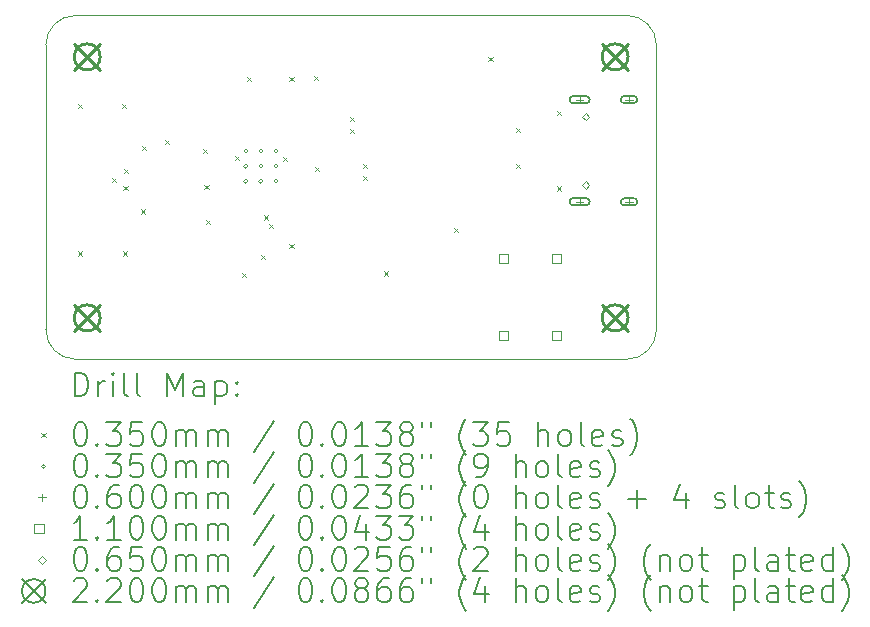
<source format=gbr>
%TF.GenerationSoftware,KiCad,Pcbnew,7.0.1*%
%TF.CreationDate,2023-04-17T02:54:31-04:00*%
%TF.ProjectId,DesktopSensorHub,4465736b-746f-4705-9365-6e736f724875,rev?*%
%TF.SameCoordinates,Original*%
%TF.FileFunction,Drillmap*%
%TF.FilePolarity,Positive*%
%FSLAX45Y45*%
G04 Gerber Fmt 4.5, Leading zero omitted, Abs format (unit mm)*
G04 Created by KiCad (PCBNEW 7.0.1) date 2023-04-17 02:54:31*
%MOMM*%
%LPD*%
G01*
G04 APERTURE LIST*
%ADD10C,0.050000*%
%ADD11C,0.200000*%
%ADD12C,0.035000*%
%ADD13C,0.060000*%
%ADD14C,0.110000*%
%ADD15C,0.065000*%
%ADD16C,0.220000*%
G04 APERTURE END LIST*
D10*
X14400000Y-6285000D02*
X9730000Y-6285000D01*
X14400000Y-9195000D02*
X9730000Y-9195000D01*
X14650000Y-6535000D02*
G75*
G03*
X14400000Y-6285000I-250000J0D01*
G01*
X9480000Y-6535000D02*
X9480000Y-8945000D01*
X9480000Y-8945000D02*
G75*
G03*
X9730000Y-9195000I250000J0D01*
G01*
X14650000Y-6535000D02*
X14650000Y-8945000D01*
X14400000Y-9195000D02*
G75*
G03*
X14650000Y-8945000I0J250000D01*
G01*
X9730000Y-6285000D02*
G75*
G03*
X9480000Y-6535000I0J-250000D01*
G01*
D11*
D12*
X9752500Y-7037500D02*
X9787500Y-7072500D01*
X9787500Y-7037500D02*
X9752500Y-7072500D01*
X9752500Y-8282500D02*
X9787500Y-8317500D01*
X9787500Y-8282500D02*
X9752500Y-8317500D01*
X10037500Y-7657500D02*
X10072500Y-7692500D01*
X10072500Y-7657500D02*
X10037500Y-7692500D01*
X10122500Y-7032500D02*
X10157500Y-7067500D01*
X10157500Y-7032500D02*
X10122500Y-7067500D01*
X10132500Y-8282500D02*
X10167500Y-8317500D01*
X10167500Y-8282500D02*
X10132500Y-8317500D01*
X10137500Y-7727500D02*
X10172500Y-7762500D01*
X10172500Y-7727500D02*
X10137500Y-7762500D01*
X10142500Y-7587500D02*
X10177500Y-7622500D01*
X10177500Y-7587500D02*
X10142500Y-7622500D01*
X10287500Y-7927500D02*
X10322500Y-7962500D01*
X10322500Y-7927500D02*
X10287500Y-7962500D01*
X10292500Y-7392500D02*
X10327500Y-7427500D01*
X10327500Y-7392500D02*
X10292500Y-7427500D01*
X10487500Y-7337500D02*
X10522500Y-7372500D01*
X10522500Y-7337500D02*
X10487500Y-7372500D01*
X10812500Y-7412500D02*
X10847500Y-7447500D01*
X10847500Y-7412500D02*
X10812500Y-7447500D01*
X10822500Y-7717500D02*
X10857500Y-7752500D01*
X10857500Y-7717500D02*
X10822500Y-7752500D01*
X10832500Y-8017500D02*
X10867500Y-8052500D01*
X10867500Y-8017500D02*
X10832500Y-8052500D01*
X11077500Y-7477500D02*
X11112500Y-7512500D01*
X11112500Y-7477500D02*
X11077500Y-7512500D01*
X11142500Y-8467500D02*
X11177500Y-8502500D01*
X11177500Y-8467500D02*
X11142500Y-8502500D01*
X11182500Y-6807500D02*
X11217500Y-6842500D01*
X11217500Y-6807500D02*
X11182500Y-6842500D01*
X11302500Y-8312500D02*
X11337500Y-8347500D01*
X11337500Y-8312500D02*
X11302500Y-8347500D01*
X11330050Y-7977500D02*
X11365050Y-8012500D01*
X11365050Y-7977500D02*
X11330050Y-8012500D01*
X11370050Y-8052500D02*
X11405050Y-8087500D01*
X11405050Y-8052500D02*
X11370050Y-8087500D01*
X11487500Y-7482500D02*
X11522500Y-7517500D01*
X11522500Y-7482500D02*
X11487500Y-7517500D01*
X11542500Y-6804500D02*
X11577500Y-6839500D01*
X11577500Y-6804500D02*
X11542500Y-6839500D01*
X11542500Y-8217500D02*
X11577500Y-8252500D01*
X11577500Y-8217500D02*
X11542500Y-8252500D01*
X11752500Y-6799500D02*
X11787500Y-6834500D01*
X11787500Y-6799500D02*
X11752500Y-6834500D01*
X11757500Y-7563750D02*
X11792500Y-7598750D01*
X11792500Y-7563750D02*
X11757500Y-7598750D01*
X12057500Y-7142500D02*
X12092500Y-7177500D01*
X12092500Y-7142500D02*
X12057500Y-7177500D01*
X12057500Y-7242500D02*
X12092500Y-7277500D01*
X12092500Y-7242500D02*
X12057500Y-7277500D01*
X12167500Y-7542500D02*
X12202500Y-7577500D01*
X12202500Y-7542500D02*
X12167500Y-7577500D01*
X12167500Y-7642500D02*
X12202500Y-7677500D01*
X12202500Y-7642500D02*
X12167500Y-7677500D01*
X12342500Y-8452500D02*
X12377500Y-8487500D01*
X12377500Y-8452500D02*
X12342500Y-8487500D01*
X12932500Y-8087500D02*
X12967500Y-8122500D01*
X12967500Y-8087500D02*
X12932500Y-8122500D01*
X13227500Y-6637500D02*
X13262500Y-6672500D01*
X13262500Y-6637500D02*
X13227500Y-6672500D01*
X13462500Y-7239500D02*
X13497500Y-7274500D01*
X13497500Y-7239500D02*
X13462500Y-7274500D01*
X13462500Y-7540500D02*
X13497500Y-7575500D01*
X13497500Y-7540500D02*
X13462500Y-7575500D01*
X13807500Y-7092500D02*
X13842500Y-7127500D01*
X13842500Y-7092500D02*
X13807500Y-7127500D01*
X13807500Y-7732500D02*
X13842500Y-7767500D01*
X13842500Y-7732500D02*
X13807500Y-7767500D01*
X11190000Y-7433750D02*
G75*
G03*
X11190000Y-7433750I-17500J0D01*
G01*
X11190000Y-7561250D02*
G75*
G03*
X11190000Y-7561250I-17500J0D01*
G01*
X11190000Y-7688750D02*
G75*
G03*
X11190000Y-7688750I-17500J0D01*
G01*
X11317500Y-7433750D02*
G75*
G03*
X11317500Y-7433750I-17500J0D01*
G01*
X11317500Y-7561250D02*
G75*
G03*
X11317500Y-7561250I-17500J0D01*
G01*
X11317500Y-7688750D02*
G75*
G03*
X11317500Y-7688750I-17500J0D01*
G01*
X11445000Y-7433750D02*
G75*
G03*
X11445000Y-7433750I-17500J0D01*
G01*
X11445000Y-7561250D02*
G75*
G03*
X11445000Y-7561250I-17500J0D01*
G01*
X11445000Y-7688750D02*
G75*
G03*
X11445000Y-7688750I-17500J0D01*
G01*
D13*
X13999500Y-6968000D02*
X13999500Y-7028000D01*
X13969500Y-6998000D02*
X14029500Y-6998000D01*
D11*
X14054500Y-6968000D02*
X13944500Y-6968000D01*
X13944500Y-6968000D02*
G75*
G03*
X13944500Y-7028000I0J-30000D01*
G01*
X13944500Y-7028000D02*
X14054500Y-7028000D01*
X14054500Y-7028000D02*
G75*
G03*
X14054500Y-6968000I0J30000D01*
G01*
D13*
X13999500Y-7832000D02*
X13999500Y-7892000D01*
X13969500Y-7862000D02*
X14029500Y-7862000D01*
D11*
X14054500Y-7832000D02*
X13944500Y-7832000D01*
X13944500Y-7832000D02*
G75*
G03*
X13944500Y-7892000I0J-30000D01*
G01*
X13944500Y-7892000D02*
X14054500Y-7892000D01*
X14054500Y-7892000D02*
G75*
G03*
X14054500Y-7832000I0J30000D01*
G01*
D13*
X14417500Y-6968000D02*
X14417500Y-7028000D01*
X14387500Y-6998000D02*
X14447500Y-6998000D01*
D11*
X14457500Y-6968000D02*
X14377500Y-6968000D01*
X14377500Y-6968000D02*
G75*
G03*
X14377500Y-7028000I0J-30000D01*
G01*
X14377500Y-7028000D02*
X14457500Y-7028000D01*
X14457500Y-7028000D02*
G75*
G03*
X14457500Y-6968000I0J30000D01*
G01*
D13*
X14417500Y-7832000D02*
X14417500Y-7892000D01*
X14387500Y-7862000D02*
X14447500Y-7862000D01*
D11*
X14457500Y-7832000D02*
X14377500Y-7832000D01*
X14377500Y-7832000D02*
G75*
G03*
X14377500Y-7892000I0J-30000D01*
G01*
X14377500Y-7892000D02*
X14457500Y-7892000D01*
X14457500Y-7892000D02*
G75*
G03*
X14457500Y-7832000I0J30000D01*
G01*
D14*
X13393891Y-8383891D02*
X13393891Y-8306109D01*
X13316109Y-8306109D01*
X13316109Y-8383891D01*
X13393891Y-8383891D01*
X13393891Y-9033891D02*
X13393891Y-8956109D01*
X13316109Y-8956109D01*
X13316109Y-9033891D01*
X13393891Y-9033891D01*
X13843891Y-8383891D02*
X13843891Y-8306109D01*
X13766109Y-8306109D01*
X13766109Y-8383891D01*
X13843891Y-8383891D01*
X13843891Y-9033891D02*
X13843891Y-8956109D01*
X13766109Y-8956109D01*
X13766109Y-9033891D01*
X13843891Y-9033891D01*
D15*
X14049500Y-7173500D02*
X14082000Y-7141000D01*
X14049500Y-7108500D01*
X14017000Y-7141000D01*
X14049500Y-7173500D01*
X14049500Y-7751500D02*
X14082000Y-7719000D01*
X14049500Y-7686500D01*
X14017000Y-7719000D01*
X14049500Y-7751500D01*
D16*
X9720000Y-6525000D02*
X9940000Y-6745000D01*
X9940000Y-6525000D02*
X9720000Y-6745000D01*
X9940000Y-6635000D02*
G75*
G03*
X9940000Y-6635000I-110000J0D01*
G01*
X9720000Y-8735000D02*
X9940000Y-8955000D01*
X9940000Y-8735000D02*
X9720000Y-8955000D01*
X9940000Y-8845000D02*
G75*
G03*
X9940000Y-8845000I-110000J0D01*
G01*
X14190000Y-6525000D02*
X14410000Y-6745000D01*
X14410000Y-6525000D02*
X14190000Y-6745000D01*
X14410000Y-6635000D02*
G75*
G03*
X14410000Y-6635000I-110000J0D01*
G01*
X14190000Y-8735000D02*
X14410000Y-8955000D01*
X14410000Y-8735000D02*
X14190000Y-8955000D01*
X14410000Y-8845000D02*
G75*
G03*
X14410000Y-8845000I-110000J0D01*
G01*
D11*
X9725119Y-9510024D02*
X9725119Y-9310024D01*
X9725119Y-9310024D02*
X9772738Y-9310024D01*
X9772738Y-9310024D02*
X9801310Y-9319548D01*
X9801310Y-9319548D02*
X9820357Y-9338595D01*
X9820357Y-9338595D02*
X9829881Y-9357643D01*
X9829881Y-9357643D02*
X9839405Y-9395738D01*
X9839405Y-9395738D02*
X9839405Y-9424310D01*
X9839405Y-9424310D02*
X9829881Y-9462405D01*
X9829881Y-9462405D02*
X9820357Y-9481452D01*
X9820357Y-9481452D02*
X9801310Y-9500500D01*
X9801310Y-9500500D02*
X9772738Y-9510024D01*
X9772738Y-9510024D02*
X9725119Y-9510024D01*
X9925119Y-9510024D02*
X9925119Y-9376690D01*
X9925119Y-9414786D02*
X9934643Y-9395738D01*
X9934643Y-9395738D02*
X9944167Y-9386214D01*
X9944167Y-9386214D02*
X9963214Y-9376690D01*
X9963214Y-9376690D02*
X9982262Y-9376690D01*
X10048929Y-9510024D02*
X10048929Y-9376690D01*
X10048929Y-9310024D02*
X10039405Y-9319548D01*
X10039405Y-9319548D02*
X10048929Y-9329071D01*
X10048929Y-9329071D02*
X10058452Y-9319548D01*
X10058452Y-9319548D02*
X10048929Y-9310024D01*
X10048929Y-9310024D02*
X10048929Y-9329071D01*
X10172738Y-9510024D02*
X10153690Y-9500500D01*
X10153690Y-9500500D02*
X10144167Y-9481452D01*
X10144167Y-9481452D02*
X10144167Y-9310024D01*
X10277500Y-9510024D02*
X10258452Y-9500500D01*
X10258452Y-9500500D02*
X10248929Y-9481452D01*
X10248929Y-9481452D02*
X10248929Y-9310024D01*
X10506071Y-9510024D02*
X10506071Y-9310024D01*
X10506071Y-9310024D02*
X10572738Y-9452881D01*
X10572738Y-9452881D02*
X10639405Y-9310024D01*
X10639405Y-9310024D02*
X10639405Y-9510024D01*
X10820357Y-9510024D02*
X10820357Y-9405262D01*
X10820357Y-9405262D02*
X10810833Y-9386214D01*
X10810833Y-9386214D02*
X10791786Y-9376690D01*
X10791786Y-9376690D02*
X10753690Y-9376690D01*
X10753690Y-9376690D02*
X10734643Y-9386214D01*
X10820357Y-9500500D02*
X10801310Y-9510024D01*
X10801310Y-9510024D02*
X10753690Y-9510024D01*
X10753690Y-9510024D02*
X10734643Y-9500500D01*
X10734643Y-9500500D02*
X10725119Y-9481452D01*
X10725119Y-9481452D02*
X10725119Y-9462405D01*
X10725119Y-9462405D02*
X10734643Y-9443357D01*
X10734643Y-9443357D02*
X10753690Y-9433833D01*
X10753690Y-9433833D02*
X10801310Y-9433833D01*
X10801310Y-9433833D02*
X10820357Y-9424310D01*
X10915595Y-9376690D02*
X10915595Y-9576690D01*
X10915595Y-9386214D02*
X10934643Y-9376690D01*
X10934643Y-9376690D02*
X10972738Y-9376690D01*
X10972738Y-9376690D02*
X10991786Y-9386214D01*
X10991786Y-9386214D02*
X11001310Y-9395738D01*
X11001310Y-9395738D02*
X11010833Y-9414786D01*
X11010833Y-9414786D02*
X11010833Y-9471929D01*
X11010833Y-9471929D02*
X11001310Y-9490976D01*
X11001310Y-9490976D02*
X10991786Y-9500500D01*
X10991786Y-9500500D02*
X10972738Y-9510024D01*
X10972738Y-9510024D02*
X10934643Y-9510024D01*
X10934643Y-9510024D02*
X10915595Y-9500500D01*
X11096548Y-9490976D02*
X11106071Y-9500500D01*
X11106071Y-9500500D02*
X11096548Y-9510024D01*
X11096548Y-9510024D02*
X11087024Y-9500500D01*
X11087024Y-9500500D02*
X11096548Y-9490976D01*
X11096548Y-9490976D02*
X11096548Y-9510024D01*
X11096548Y-9386214D02*
X11106071Y-9395738D01*
X11106071Y-9395738D02*
X11096548Y-9405262D01*
X11096548Y-9405262D02*
X11087024Y-9395738D01*
X11087024Y-9395738D02*
X11096548Y-9386214D01*
X11096548Y-9386214D02*
X11096548Y-9405262D01*
D12*
X9442500Y-9820000D02*
X9477500Y-9855000D01*
X9477500Y-9820000D02*
X9442500Y-9855000D01*
D11*
X9763214Y-9730024D02*
X9782262Y-9730024D01*
X9782262Y-9730024D02*
X9801310Y-9739548D01*
X9801310Y-9739548D02*
X9810833Y-9749071D01*
X9810833Y-9749071D02*
X9820357Y-9768119D01*
X9820357Y-9768119D02*
X9829881Y-9806214D01*
X9829881Y-9806214D02*
X9829881Y-9853833D01*
X9829881Y-9853833D02*
X9820357Y-9891929D01*
X9820357Y-9891929D02*
X9810833Y-9910976D01*
X9810833Y-9910976D02*
X9801310Y-9920500D01*
X9801310Y-9920500D02*
X9782262Y-9930024D01*
X9782262Y-9930024D02*
X9763214Y-9930024D01*
X9763214Y-9930024D02*
X9744167Y-9920500D01*
X9744167Y-9920500D02*
X9734643Y-9910976D01*
X9734643Y-9910976D02*
X9725119Y-9891929D01*
X9725119Y-9891929D02*
X9715595Y-9853833D01*
X9715595Y-9853833D02*
X9715595Y-9806214D01*
X9715595Y-9806214D02*
X9725119Y-9768119D01*
X9725119Y-9768119D02*
X9734643Y-9749071D01*
X9734643Y-9749071D02*
X9744167Y-9739548D01*
X9744167Y-9739548D02*
X9763214Y-9730024D01*
X9915595Y-9910976D02*
X9925119Y-9920500D01*
X9925119Y-9920500D02*
X9915595Y-9930024D01*
X9915595Y-9930024D02*
X9906071Y-9920500D01*
X9906071Y-9920500D02*
X9915595Y-9910976D01*
X9915595Y-9910976D02*
X9915595Y-9930024D01*
X9991786Y-9730024D02*
X10115595Y-9730024D01*
X10115595Y-9730024D02*
X10048929Y-9806214D01*
X10048929Y-9806214D02*
X10077500Y-9806214D01*
X10077500Y-9806214D02*
X10096548Y-9815738D01*
X10096548Y-9815738D02*
X10106071Y-9825262D01*
X10106071Y-9825262D02*
X10115595Y-9844310D01*
X10115595Y-9844310D02*
X10115595Y-9891929D01*
X10115595Y-9891929D02*
X10106071Y-9910976D01*
X10106071Y-9910976D02*
X10096548Y-9920500D01*
X10096548Y-9920500D02*
X10077500Y-9930024D01*
X10077500Y-9930024D02*
X10020357Y-9930024D01*
X10020357Y-9930024D02*
X10001310Y-9920500D01*
X10001310Y-9920500D02*
X9991786Y-9910976D01*
X10296548Y-9730024D02*
X10201310Y-9730024D01*
X10201310Y-9730024D02*
X10191786Y-9825262D01*
X10191786Y-9825262D02*
X10201310Y-9815738D01*
X10201310Y-9815738D02*
X10220357Y-9806214D01*
X10220357Y-9806214D02*
X10267976Y-9806214D01*
X10267976Y-9806214D02*
X10287024Y-9815738D01*
X10287024Y-9815738D02*
X10296548Y-9825262D01*
X10296548Y-9825262D02*
X10306071Y-9844310D01*
X10306071Y-9844310D02*
X10306071Y-9891929D01*
X10306071Y-9891929D02*
X10296548Y-9910976D01*
X10296548Y-9910976D02*
X10287024Y-9920500D01*
X10287024Y-9920500D02*
X10267976Y-9930024D01*
X10267976Y-9930024D02*
X10220357Y-9930024D01*
X10220357Y-9930024D02*
X10201310Y-9920500D01*
X10201310Y-9920500D02*
X10191786Y-9910976D01*
X10429881Y-9730024D02*
X10448929Y-9730024D01*
X10448929Y-9730024D02*
X10467976Y-9739548D01*
X10467976Y-9739548D02*
X10477500Y-9749071D01*
X10477500Y-9749071D02*
X10487024Y-9768119D01*
X10487024Y-9768119D02*
X10496548Y-9806214D01*
X10496548Y-9806214D02*
X10496548Y-9853833D01*
X10496548Y-9853833D02*
X10487024Y-9891929D01*
X10487024Y-9891929D02*
X10477500Y-9910976D01*
X10477500Y-9910976D02*
X10467976Y-9920500D01*
X10467976Y-9920500D02*
X10448929Y-9930024D01*
X10448929Y-9930024D02*
X10429881Y-9930024D01*
X10429881Y-9930024D02*
X10410833Y-9920500D01*
X10410833Y-9920500D02*
X10401310Y-9910976D01*
X10401310Y-9910976D02*
X10391786Y-9891929D01*
X10391786Y-9891929D02*
X10382262Y-9853833D01*
X10382262Y-9853833D02*
X10382262Y-9806214D01*
X10382262Y-9806214D02*
X10391786Y-9768119D01*
X10391786Y-9768119D02*
X10401310Y-9749071D01*
X10401310Y-9749071D02*
X10410833Y-9739548D01*
X10410833Y-9739548D02*
X10429881Y-9730024D01*
X10582262Y-9930024D02*
X10582262Y-9796690D01*
X10582262Y-9815738D02*
X10591786Y-9806214D01*
X10591786Y-9806214D02*
X10610833Y-9796690D01*
X10610833Y-9796690D02*
X10639405Y-9796690D01*
X10639405Y-9796690D02*
X10658452Y-9806214D01*
X10658452Y-9806214D02*
X10667976Y-9825262D01*
X10667976Y-9825262D02*
X10667976Y-9930024D01*
X10667976Y-9825262D02*
X10677500Y-9806214D01*
X10677500Y-9806214D02*
X10696548Y-9796690D01*
X10696548Y-9796690D02*
X10725119Y-9796690D01*
X10725119Y-9796690D02*
X10744167Y-9806214D01*
X10744167Y-9806214D02*
X10753691Y-9825262D01*
X10753691Y-9825262D02*
X10753691Y-9930024D01*
X10848929Y-9930024D02*
X10848929Y-9796690D01*
X10848929Y-9815738D02*
X10858452Y-9806214D01*
X10858452Y-9806214D02*
X10877500Y-9796690D01*
X10877500Y-9796690D02*
X10906072Y-9796690D01*
X10906072Y-9796690D02*
X10925119Y-9806214D01*
X10925119Y-9806214D02*
X10934643Y-9825262D01*
X10934643Y-9825262D02*
X10934643Y-9930024D01*
X10934643Y-9825262D02*
X10944167Y-9806214D01*
X10944167Y-9806214D02*
X10963214Y-9796690D01*
X10963214Y-9796690D02*
X10991786Y-9796690D01*
X10991786Y-9796690D02*
X11010833Y-9806214D01*
X11010833Y-9806214D02*
X11020357Y-9825262D01*
X11020357Y-9825262D02*
X11020357Y-9930024D01*
X11410833Y-9720500D02*
X11239405Y-9977643D01*
X11667976Y-9730024D02*
X11687024Y-9730024D01*
X11687024Y-9730024D02*
X11706072Y-9739548D01*
X11706072Y-9739548D02*
X11715595Y-9749071D01*
X11715595Y-9749071D02*
X11725119Y-9768119D01*
X11725119Y-9768119D02*
X11734643Y-9806214D01*
X11734643Y-9806214D02*
X11734643Y-9853833D01*
X11734643Y-9853833D02*
X11725119Y-9891929D01*
X11725119Y-9891929D02*
X11715595Y-9910976D01*
X11715595Y-9910976D02*
X11706072Y-9920500D01*
X11706072Y-9920500D02*
X11687024Y-9930024D01*
X11687024Y-9930024D02*
X11667976Y-9930024D01*
X11667976Y-9930024D02*
X11648929Y-9920500D01*
X11648929Y-9920500D02*
X11639405Y-9910976D01*
X11639405Y-9910976D02*
X11629881Y-9891929D01*
X11629881Y-9891929D02*
X11620357Y-9853833D01*
X11620357Y-9853833D02*
X11620357Y-9806214D01*
X11620357Y-9806214D02*
X11629881Y-9768119D01*
X11629881Y-9768119D02*
X11639405Y-9749071D01*
X11639405Y-9749071D02*
X11648929Y-9739548D01*
X11648929Y-9739548D02*
X11667976Y-9730024D01*
X11820357Y-9910976D02*
X11829881Y-9920500D01*
X11829881Y-9920500D02*
X11820357Y-9930024D01*
X11820357Y-9930024D02*
X11810833Y-9920500D01*
X11810833Y-9920500D02*
X11820357Y-9910976D01*
X11820357Y-9910976D02*
X11820357Y-9930024D01*
X11953691Y-9730024D02*
X11972738Y-9730024D01*
X11972738Y-9730024D02*
X11991786Y-9739548D01*
X11991786Y-9739548D02*
X12001310Y-9749071D01*
X12001310Y-9749071D02*
X12010833Y-9768119D01*
X12010833Y-9768119D02*
X12020357Y-9806214D01*
X12020357Y-9806214D02*
X12020357Y-9853833D01*
X12020357Y-9853833D02*
X12010833Y-9891929D01*
X12010833Y-9891929D02*
X12001310Y-9910976D01*
X12001310Y-9910976D02*
X11991786Y-9920500D01*
X11991786Y-9920500D02*
X11972738Y-9930024D01*
X11972738Y-9930024D02*
X11953691Y-9930024D01*
X11953691Y-9930024D02*
X11934643Y-9920500D01*
X11934643Y-9920500D02*
X11925119Y-9910976D01*
X11925119Y-9910976D02*
X11915595Y-9891929D01*
X11915595Y-9891929D02*
X11906072Y-9853833D01*
X11906072Y-9853833D02*
X11906072Y-9806214D01*
X11906072Y-9806214D02*
X11915595Y-9768119D01*
X11915595Y-9768119D02*
X11925119Y-9749071D01*
X11925119Y-9749071D02*
X11934643Y-9739548D01*
X11934643Y-9739548D02*
X11953691Y-9730024D01*
X12210833Y-9930024D02*
X12096548Y-9930024D01*
X12153691Y-9930024D02*
X12153691Y-9730024D01*
X12153691Y-9730024D02*
X12134643Y-9758595D01*
X12134643Y-9758595D02*
X12115595Y-9777643D01*
X12115595Y-9777643D02*
X12096548Y-9787167D01*
X12277500Y-9730024D02*
X12401310Y-9730024D01*
X12401310Y-9730024D02*
X12334643Y-9806214D01*
X12334643Y-9806214D02*
X12363214Y-9806214D01*
X12363214Y-9806214D02*
X12382262Y-9815738D01*
X12382262Y-9815738D02*
X12391786Y-9825262D01*
X12391786Y-9825262D02*
X12401310Y-9844310D01*
X12401310Y-9844310D02*
X12401310Y-9891929D01*
X12401310Y-9891929D02*
X12391786Y-9910976D01*
X12391786Y-9910976D02*
X12382262Y-9920500D01*
X12382262Y-9920500D02*
X12363214Y-9930024D01*
X12363214Y-9930024D02*
X12306072Y-9930024D01*
X12306072Y-9930024D02*
X12287024Y-9920500D01*
X12287024Y-9920500D02*
X12277500Y-9910976D01*
X12515595Y-9815738D02*
X12496548Y-9806214D01*
X12496548Y-9806214D02*
X12487024Y-9796690D01*
X12487024Y-9796690D02*
X12477500Y-9777643D01*
X12477500Y-9777643D02*
X12477500Y-9768119D01*
X12477500Y-9768119D02*
X12487024Y-9749071D01*
X12487024Y-9749071D02*
X12496548Y-9739548D01*
X12496548Y-9739548D02*
X12515595Y-9730024D01*
X12515595Y-9730024D02*
X12553691Y-9730024D01*
X12553691Y-9730024D02*
X12572738Y-9739548D01*
X12572738Y-9739548D02*
X12582262Y-9749071D01*
X12582262Y-9749071D02*
X12591786Y-9768119D01*
X12591786Y-9768119D02*
X12591786Y-9777643D01*
X12591786Y-9777643D02*
X12582262Y-9796690D01*
X12582262Y-9796690D02*
X12572738Y-9806214D01*
X12572738Y-9806214D02*
X12553691Y-9815738D01*
X12553691Y-9815738D02*
X12515595Y-9815738D01*
X12515595Y-9815738D02*
X12496548Y-9825262D01*
X12496548Y-9825262D02*
X12487024Y-9834786D01*
X12487024Y-9834786D02*
X12477500Y-9853833D01*
X12477500Y-9853833D02*
X12477500Y-9891929D01*
X12477500Y-9891929D02*
X12487024Y-9910976D01*
X12487024Y-9910976D02*
X12496548Y-9920500D01*
X12496548Y-9920500D02*
X12515595Y-9930024D01*
X12515595Y-9930024D02*
X12553691Y-9930024D01*
X12553691Y-9930024D02*
X12572738Y-9920500D01*
X12572738Y-9920500D02*
X12582262Y-9910976D01*
X12582262Y-9910976D02*
X12591786Y-9891929D01*
X12591786Y-9891929D02*
X12591786Y-9853833D01*
X12591786Y-9853833D02*
X12582262Y-9834786D01*
X12582262Y-9834786D02*
X12572738Y-9825262D01*
X12572738Y-9825262D02*
X12553691Y-9815738D01*
X12667976Y-9730024D02*
X12667976Y-9768119D01*
X12744167Y-9730024D02*
X12744167Y-9768119D01*
X13039405Y-10006214D02*
X13029881Y-9996690D01*
X13029881Y-9996690D02*
X13010834Y-9968119D01*
X13010834Y-9968119D02*
X13001310Y-9949071D01*
X13001310Y-9949071D02*
X12991786Y-9920500D01*
X12991786Y-9920500D02*
X12982262Y-9872881D01*
X12982262Y-9872881D02*
X12982262Y-9834786D01*
X12982262Y-9834786D02*
X12991786Y-9787167D01*
X12991786Y-9787167D02*
X13001310Y-9758595D01*
X13001310Y-9758595D02*
X13010834Y-9739548D01*
X13010834Y-9739548D02*
X13029881Y-9710976D01*
X13029881Y-9710976D02*
X13039405Y-9701452D01*
X13096548Y-9730024D02*
X13220357Y-9730024D01*
X13220357Y-9730024D02*
X13153691Y-9806214D01*
X13153691Y-9806214D02*
X13182262Y-9806214D01*
X13182262Y-9806214D02*
X13201310Y-9815738D01*
X13201310Y-9815738D02*
X13210834Y-9825262D01*
X13210834Y-9825262D02*
X13220357Y-9844310D01*
X13220357Y-9844310D02*
X13220357Y-9891929D01*
X13220357Y-9891929D02*
X13210834Y-9910976D01*
X13210834Y-9910976D02*
X13201310Y-9920500D01*
X13201310Y-9920500D02*
X13182262Y-9930024D01*
X13182262Y-9930024D02*
X13125119Y-9930024D01*
X13125119Y-9930024D02*
X13106072Y-9920500D01*
X13106072Y-9920500D02*
X13096548Y-9910976D01*
X13401310Y-9730024D02*
X13306072Y-9730024D01*
X13306072Y-9730024D02*
X13296548Y-9825262D01*
X13296548Y-9825262D02*
X13306072Y-9815738D01*
X13306072Y-9815738D02*
X13325119Y-9806214D01*
X13325119Y-9806214D02*
X13372738Y-9806214D01*
X13372738Y-9806214D02*
X13391786Y-9815738D01*
X13391786Y-9815738D02*
X13401310Y-9825262D01*
X13401310Y-9825262D02*
X13410834Y-9844310D01*
X13410834Y-9844310D02*
X13410834Y-9891929D01*
X13410834Y-9891929D02*
X13401310Y-9910976D01*
X13401310Y-9910976D02*
X13391786Y-9920500D01*
X13391786Y-9920500D02*
X13372738Y-9930024D01*
X13372738Y-9930024D02*
X13325119Y-9930024D01*
X13325119Y-9930024D02*
X13306072Y-9920500D01*
X13306072Y-9920500D02*
X13296548Y-9910976D01*
X13648929Y-9930024D02*
X13648929Y-9730024D01*
X13734643Y-9930024D02*
X13734643Y-9825262D01*
X13734643Y-9825262D02*
X13725119Y-9806214D01*
X13725119Y-9806214D02*
X13706072Y-9796690D01*
X13706072Y-9796690D02*
X13677500Y-9796690D01*
X13677500Y-9796690D02*
X13658453Y-9806214D01*
X13658453Y-9806214D02*
X13648929Y-9815738D01*
X13858453Y-9930024D02*
X13839405Y-9920500D01*
X13839405Y-9920500D02*
X13829881Y-9910976D01*
X13829881Y-9910976D02*
X13820357Y-9891929D01*
X13820357Y-9891929D02*
X13820357Y-9834786D01*
X13820357Y-9834786D02*
X13829881Y-9815738D01*
X13829881Y-9815738D02*
X13839405Y-9806214D01*
X13839405Y-9806214D02*
X13858453Y-9796690D01*
X13858453Y-9796690D02*
X13887024Y-9796690D01*
X13887024Y-9796690D02*
X13906072Y-9806214D01*
X13906072Y-9806214D02*
X13915596Y-9815738D01*
X13915596Y-9815738D02*
X13925119Y-9834786D01*
X13925119Y-9834786D02*
X13925119Y-9891929D01*
X13925119Y-9891929D02*
X13915596Y-9910976D01*
X13915596Y-9910976D02*
X13906072Y-9920500D01*
X13906072Y-9920500D02*
X13887024Y-9930024D01*
X13887024Y-9930024D02*
X13858453Y-9930024D01*
X14039405Y-9930024D02*
X14020357Y-9920500D01*
X14020357Y-9920500D02*
X14010834Y-9901452D01*
X14010834Y-9901452D02*
X14010834Y-9730024D01*
X14191786Y-9920500D02*
X14172738Y-9930024D01*
X14172738Y-9930024D02*
X14134643Y-9930024D01*
X14134643Y-9930024D02*
X14115596Y-9920500D01*
X14115596Y-9920500D02*
X14106072Y-9901452D01*
X14106072Y-9901452D02*
X14106072Y-9825262D01*
X14106072Y-9825262D02*
X14115596Y-9806214D01*
X14115596Y-9806214D02*
X14134643Y-9796690D01*
X14134643Y-9796690D02*
X14172738Y-9796690D01*
X14172738Y-9796690D02*
X14191786Y-9806214D01*
X14191786Y-9806214D02*
X14201310Y-9825262D01*
X14201310Y-9825262D02*
X14201310Y-9844310D01*
X14201310Y-9844310D02*
X14106072Y-9863357D01*
X14277500Y-9920500D02*
X14296548Y-9930024D01*
X14296548Y-9930024D02*
X14334643Y-9930024D01*
X14334643Y-9930024D02*
X14353691Y-9920500D01*
X14353691Y-9920500D02*
X14363215Y-9901452D01*
X14363215Y-9901452D02*
X14363215Y-9891929D01*
X14363215Y-9891929D02*
X14353691Y-9872881D01*
X14353691Y-9872881D02*
X14334643Y-9863357D01*
X14334643Y-9863357D02*
X14306072Y-9863357D01*
X14306072Y-9863357D02*
X14287024Y-9853833D01*
X14287024Y-9853833D02*
X14277500Y-9834786D01*
X14277500Y-9834786D02*
X14277500Y-9825262D01*
X14277500Y-9825262D02*
X14287024Y-9806214D01*
X14287024Y-9806214D02*
X14306072Y-9796690D01*
X14306072Y-9796690D02*
X14334643Y-9796690D01*
X14334643Y-9796690D02*
X14353691Y-9806214D01*
X14429881Y-10006214D02*
X14439405Y-9996690D01*
X14439405Y-9996690D02*
X14458453Y-9968119D01*
X14458453Y-9968119D02*
X14467977Y-9949071D01*
X14467977Y-9949071D02*
X14477500Y-9920500D01*
X14477500Y-9920500D02*
X14487024Y-9872881D01*
X14487024Y-9872881D02*
X14487024Y-9834786D01*
X14487024Y-9834786D02*
X14477500Y-9787167D01*
X14477500Y-9787167D02*
X14467977Y-9758595D01*
X14467977Y-9758595D02*
X14458453Y-9739548D01*
X14458453Y-9739548D02*
X14439405Y-9710976D01*
X14439405Y-9710976D02*
X14429881Y-9701452D01*
D12*
X9477500Y-10101500D02*
G75*
G03*
X9477500Y-10101500I-17500J0D01*
G01*
D11*
X9763214Y-9994024D02*
X9782262Y-9994024D01*
X9782262Y-9994024D02*
X9801310Y-10003548D01*
X9801310Y-10003548D02*
X9810833Y-10013071D01*
X9810833Y-10013071D02*
X9820357Y-10032119D01*
X9820357Y-10032119D02*
X9829881Y-10070214D01*
X9829881Y-10070214D02*
X9829881Y-10117833D01*
X9829881Y-10117833D02*
X9820357Y-10155929D01*
X9820357Y-10155929D02*
X9810833Y-10174976D01*
X9810833Y-10174976D02*
X9801310Y-10184500D01*
X9801310Y-10184500D02*
X9782262Y-10194024D01*
X9782262Y-10194024D02*
X9763214Y-10194024D01*
X9763214Y-10194024D02*
X9744167Y-10184500D01*
X9744167Y-10184500D02*
X9734643Y-10174976D01*
X9734643Y-10174976D02*
X9725119Y-10155929D01*
X9725119Y-10155929D02*
X9715595Y-10117833D01*
X9715595Y-10117833D02*
X9715595Y-10070214D01*
X9715595Y-10070214D02*
X9725119Y-10032119D01*
X9725119Y-10032119D02*
X9734643Y-10013071D01*
X9734643Y-10013071D02*
X9744167Y-10003548D01*
X9744167Y-10003548D02*
X9763214Y-9994024D01*
X9915595Y-10174976D02*
X9925119Y-10184500D01*
X9925119Y-10184500D02*
X9915595Y-10194024D01*
X9915595Y-10194024D02*
X9906071Y-10184500D01*
X9906071Y-10184500D02*
X9915595Y-10174976D01*
X9915595Y-10174976D02*
X9915595Y-10194024D01*
X9991786Y-9994024D02*
X10115595Y-9994024D01*
X10115595Y-9994024D02*
X10048929Y-10070214D01*
X10048929Y-10070214D02*
X10077500Y-10070214D01*
X10077500Y-10070214D02*
X10096548Y-10079738D01*
X10096548Y-10079738D02*
X10106071Y-10089262D01*
X10106071Y-10089262D02*
X10115595Y-10108310D01*
X10115595Y-10108310D02*
X10115595Y-10155929D01*
X10115595Y-10155929D02*
X10106071Y-10174976D01*
X10106071Y-10174976D02*
X10096548Y-10184500D01*
X10096548Y-10184500D02*
X10077500Y-10194024D01*
X10077500Y-10194024D02*
X10020357Y-10194024D01*
X10020357Y-10194024D02*
X10001310Y-10184500D01*
X10001310Y-10184500D02*
X9991786Y-10174976D01*
X10296548Y-9994024D02*
X10201310Y-9994024D01*
X10201310Y-9994024D02*
X10191786Y-10089262D01*
X10191786Y-10089262D02*
X10201310Y-10079738D01*
X10201310Y-10079738D02*
X10220357Y-10070214D01*
X10220357Y-10070214D02*
X10267976Y-10070214D01*
X10267976Y-10070214D02*
X10287024Y-10079738D01*
X10287024Y-10079738D02*
X10296548Y-10089262D01*
X10296548Y-10089262D02*
X10306071Y-10108310D01*
X10306071Y-10108310D02*
X10306071Y-10155929D01*
X10306071Y-10155929D02*
X10296548Y-10174976D01*
X10296548Y-10174976D02*
X10287024Y-10184500D01*
X10287024Y-10184500D02*
X10267976Y-10194024D01*
X10267976Y-10194024D02*
X10220357Y-10194024D01*
X10220357Y-10194024D02*
X10201310Y-10184500D01*
X10201310Y-10184500D02*
X10191786Y-10174976D01*
X10429881Y-9994024D02*
X10448929Y-9994024D01*
X10448929Y-9994024D02*
X10467976Y-10003548D01*
X10467976Y-10003548D02*
X10477500Y-10013071D01*
X10477500Y-10013071D02*
X10487024Y-10032119D01*
X10487024Y-10032119D02*
X10496548Y-10070214D01*
X10496548Y-10070214D02*
X10496548Y-10117833D01*
X10496548Y-10117833D02*
X10487024Y-10155929D01*
X10487024Y-10155929D02*
X10477500Y-10174976D01*
X10477500Y-10174976D02*
X10467976Y-10184500D01*
X10467976Y-10184500D02*
X10448929Y-10194024D01*
X10448929Y-10194024D02*
X10429881Y-10194024D01*
X10429881Y-10194024D02*
X10410833Y-10184500D01*
X10410833Y-10184500D02*
X10401310Y-10174976D01*
X10401310Y-10174976D02*
X10391786Y-10155929D01*
X10391786Y-10155929D02*
X10382262Y-10117833D01*
X10382262Y-10117833D02*
X10382262Y-10070214D01*
X10382262Y-10070214D02*
X10391786Y-10032119D01*
X10391786Y-10032119D02*
X10401310Y-10013071D01*
X10401310Y-10013071D02*
X10410833Y-10003548D01*
X10410833Y-10003548D02*
X10429881Y-9994024D01*
X10582262Y-10194024D02*
X10582262Y-10060690D01*
X10582262Y-10079738D02*
X10591786Y-10070214D01*
X10591786Y-10070214D02*
X10610833Y-10060690D01*
X10610833Y-10060690D02*
X10639405Y-10060690D01*
X10639405Y-10060690D02*
X10658452Y-10070214D01*
X10658452Y-10070214D02*
X10667976Y-10089262D01*
X10667976Y-10089262D02*
X10667976Y-10194024D01*
X10667976Y-10089262D02*
X10677500Y-10070214D01*
X10677500Y-10070214D02*
X10696548Y-10060690D01*
X10696548Y-10060690D02*
X10725119Y-10060690D01*
X10725119Y-10060690D02*
X10744167Y-10070214D01*
X10744167Y-10070214D02*
X10753691Y-10089262D01*
X10753691Y-10089262D02*
X10753691Y-10194024D01*
X10848929Y-10194024D02*
X10848929Y-10060690D01*
X10848929Y-10079738D02*
X10858452Y-10070214D01*
X10858452Y-10070214D02*
X10877500Y-10060690D01*
X10877500Y-10060690D02*
X10906072Y-10060690D01*
X10906072Y-10060690D02*
X10925119Y-10070214D01*
X10925119Y-10070214D02*
X10934643Y-10089262D01*
X10934643Y-10089262D02*
X10934643Y-10194024D01*
X10934643Y-10089262D02*
X10944167Y-10070214D01*
X10944167Y-10070214D02*
X10963214Y-10060690D01*
X10963214Y-10060690D02*
X10991786Y-10060690D01*
X10991786Y-10060690D02*
X11010833Y-10070214D01*
X11010833Y-10070214D02*
X11020357Y-10089262D01*
X11020357Y-10089262D02*
X11020357Y-10194024D01*
X11410833Y-9984500D02*
X11239405Y-10241643D01*
X11667976Y-9994024D02*
X11687024Y-9994024D01*
X11687024Y-9994024D02*
X11706072Y-10003548D01*
X11706072Y-10003548D02*
X11715595Y-10013071D01*
X11715595Y-10013071D02*
X11725119Y-10032119D01*
X11725119Y-10032119D02*
X11734643Y-10070214D01*
X11734643Y-10070214D02*
X11734643Y-10117833D01*
X11734643Y-10117833D02*
X11725119Y-10155929D01*
X11725119Y-10155929D02*
X11715595Y-10174976D01*
X11715595Y-10174976D02*
X11706072Y-10184500D01*
X11706072Y-10184500D02*
X11687024Y-10194024D01*
X11687024Y-10194024D02*
X11667976Y-10194024D01*
X11667976Y-10194024D02*
X11648929Y-10184500D01*
X11648929Y-10184500D02*
X11639405Y-10174976D01*
X11639405Y-10174976D02*
X11629881Y-10155929D01*
X11629881Y-10155929D02*
X11620357Y-10117833D01*
X11620357Y-10117833D02*
X11620357Y-10070214D01*
X11620357Y-10070214D02*
X11629881Y-10032119D01*
X11629881Y-10032119D02*
X11639405Y-10013071D01*
X11639405Y-10013071D02*
X11648929Y-10003548D01*
X11648929Y-10003548D02*
X11667976Y-9994024D01*
X11820357Y-10174976D02*
X11829881Y-10184500D01*
X11829881Y-10184500D02*
X11820357Y-10194024D01*
X11820357Y-10194024D02*
X11810833Y-10184500D01*
X11810833Y-10184500D02*
X11820357Y-10174976D01*
X11820357Y-10174976D02*
X11820357Y-10194024D01*
X11953691Y-9994024D02*
X11972738Y-9994024D01*
X11972738Y-9994024D02*
X11991786Y-10003548D01*
X11991786Y-10003548D02*
X12001310Y-10013071D01*
X12001310Y-10013071D02*
X12010833Y-10032119D01*
X12010833Y-10032119D02*
X12020357Y-10070214D01*
X12020357Y-10070214D02*
X12020357Y-10117833D01*
X12020357Y-10117833D02*
X12010833Y-10155929D01*
X12010833Y-10155929D02*
X12001310Y-10174976D01*
X12001310Y-10174976D02*
X11991786Y-10184500D01*
X11991786Y-10184500D02*
X11972738Y-10194024D01*
X11972738Y-10194024D02*
X11953691Y-10194024D01*
X11953691Y-10194024D02*
X11934643Y-10184500D01*
X11934643Y-10184500D02*
X11925119Y-10174976D01*
X11925119Y-10174976D02*
X11915595Y-10155929D01*
X11915595Y-10155929D02*
X11906072Y-10117833D01*
X11906072Y-10117833D02*
X11906072Y-10070214D01*
X11906072Y-10070214D02*
X11915595Y-10032119D01*
X11915595Y-10032119D02*
X11925119Y-10013071D01*
X11925119Y-10013071D02*
X11934643Y-10003548D01*
X11934643Y-10003548D02*
X11953691Y-9994024D01*
X12210833Y-10194024D02*
X12096548Y-10194024D01*
X12153691Y-10194024D02*
X12153691Y-9994024D01*
X12153691Y-9994024D02*
X12134643Y-10022595D01*
X12134643Y-10022595D02*
X12115595Y-10041643D01*
X12115595Y-10041643D02*
X12096548Y-10051167D01*
X12277500Y-9994024D02*
X12401310Y-9994024D01*
X12401310Y-9994024D02*
X12334643Y-10070214D01*
X12334643Y-10070214D02*
X12363214Y-10070214D01*
X12363214Y-10070214D02*
X12382262Y-10079738D01*
X12382262Y-10079738D02*
X12391786Y-10089262D01*
X12391786Y-10089262D02*
X12401310Y-10108310D01*
X12401310Y-10108310D02*
X12401310Y-10155929D01*
X12401310Y-10155929D02*
X12391786Y-10174976D01*
X12391786Y-10174976D02*
X12382262Y-10184500D01*
X12382262Y-10184500D02*
X12363214Y-10194024D01*
X12363214Y-10194024D02*
X12306072Y-10194024D01*
X12306072Y-10194024D02*
X12287024Y-10184500D01*
X12287024Y-10184500D02*
X12277500Y-10174976D01*
X12515595Y-10079738D02*
X12496548Y-10070214D01*
X12496548Y-10070214D02*
X12487024Y-10060690D01*
X12487024Y-10060690D02*
X12477500Y-10041643D01*
X12477500Y-10041643D02*
X12477500Y-10032119D01*
X12477500Y-10032119D02*
X12487024Y-10013071D01*
X12487024Y-10013071D02*
X12496548Y-10003548D01*
X12496548Y-10003548D02*
X12515595Y-9994024D01*
X12515595Y-9994024D02*
X12553691Y-9994024D01*
X12553691Y-9994024D02*
X12572738Y-10003548D01*
X12572738Y-10003548D02*
X12582262Y-10013071D01*
X12582262Y-10013071D02*
X12591786Y-10032119D01*
X12591786Y-10032119D02*
X12591786Y-10041643D01*
X12591786Y-10041643D02*
X12582262Y-10060690D01*
X12582262Y-10060690D02*
X12572738Y-10070214D01*
X12572738Y-10070214D02*
X12553691Y-10079738D01*
X12553691Y-10079738D02*
X12515595Y-10079738D01*
X12515595Y-10079738D02*
X12496548Y-10089262D01*
X12496548Y-10089262D02*
X12487024Y-10098786D01*
X12487024Y-10098786D02*
X12477500Y-10117833D01*
X12477500Y-10117833D02*
X12477500Y-10155929D01*
X12477500Y-10155929D02*
X12487024Y-10174976D01*
X12487024Y-10174976D02*
X12496548Y-10184500D01*
X12496548Y-10184500D02*
X12515595Y-10194024D01*
X12515595Y-10194024D02*
X12553691Y-10194024D01*
X12553691Y-10194024D02*
X12572738Y-10184500D01*
X12572738Y-10184500D02*
X12582262Y-10174976D01*
X12582262Y-10174976D02*
X12591786Y-10155929D01*
X12591786Y-10155929D02*
X12591786Y-10117833D01*
X12591786Y-10117833D02*
X12582262Y-10098786D01*
X12582262Y-10098786D02*
X12572738Y-10089262D01*
X12572738Y-10089262D02*
X12553691Y-10079738D01*
X12667976Y-9994024D02*
X12667976Y-10032119D01*
X12744167Y-9994024D02*
X12744167Y-10032119D01*
X13039405Y-10270214D02*
X13029881Y-10260690D01*
X13029881Y-10260690D02*
X13010834Y-10232119D01*
X13010834Y-10232119D02*
X13001310Y-10213071D01*
X13001310Y-10213071D02*
X12991786Y-10184500D01*
X12991786Y-10184500D02*
X12982262Y-10136881D01*
X12982262Y-10136881D02*
X12982262Y-10098786D01*
X12982262Y-10098786D02*
X12991786Y-10051167D01*
X12991786Y-10051167D02*
X13001310Y-10022595D01*
X13001310Y-10022595D02*
X13010834Y-10003548D01*
X13010834Y-10003548D02*
X13029881Y-9974976D01*
X13029881Y-9974976D02*
X13039405Y-9965452D01*
X13125119Y-10194024D02*
X13163214Y-10194024D01*
X13163214Y-10194024D02*
X13182262Y-10184500D01*
X13182262Y-10184500D02*
X13191786Y-10174976D01*
X13191786Y-10174976D02*
X13210834Y-10146405D01*
X13210834Y-10146405D02*
X13220357Y-10108310D01*
X13220357Y-10108310D02*
X13220357Y-10032119D01*
X13220357Y-10032119D02*
X13210834Y-10013071D01*
X13210834Y-10013071D02*
X13201310Y-10003548D01*
X13201310Y-10003548D02*
X13182262Y-9994024D01*
X13182262Y-9994024D02*
X13144167Y-9994024D01*
X13144167Y-9994024D02*
X13125119Y-10003548D01*
X13125119Y-10003548D02*
X13115595Y-10013071D01*
X13115595Y-10013071D02*
X13106072Y-10032119D01*
X13106072Y-10032119D02*
X13106072Y-10079738D01*
X13106072Y-10079738D02*
X13115595Y-10098786D01*
X13115595Y-10098786D02*
X13125119Y-10108310D01*
X13125119Y-10108310D02*
X13144167Y-10117833D01*
X13144167Y-10117833D02*
X13182262Y-10117833D01*
X13182262Y-10117833D02*
X13201310Y-10108310D01*
X13201310Y-10108310D02*
X13210834Y-10098786D01*
X13210834Y-10098786D02*
X13220357Y-10079738D01*
X13458453Y-10194024D02*
X13458453Y-9994024D01*
X13544167Y-10194024D02*
X13544167Y-10089262D01*
X13544167Y-10089262D02*
X13534643Y-10070214D01*
X13534643Y-10070214D02*
X13515596Y-10060690D01*
X13515596Y-10060690D02*
X13487024Y-10060690D01*
X13487024Y-10060690D02*
X13467976Y-10070214D01*
X13467976Y-10070214D02*
X13458453Y-10079738D01*
X13667976Y-10194024D02*
X13648929Y-10184500D01*
X13648929Y-10184500D02*
X13639405Y-10174976D01*
X13639405Y-10174976D02*
X13629881Y-10155929D01*
X13629881Y-10155929D02*
X13629881Y-10098786D01*
X13629881Y-10098786D02*
X13639405Y-10079738D01*
X13639405Y-10079738D02*
X13648929Y-10070214D01*
X13648929Y-10070214D02*
X13667976Y-10060690D01*
X13667976Y-10060690D02*
X13696548Y-10060690D01*
X13696548Y-10060690D02*
X13715596Y-10070214D01*
X13715596Y-10070214D02*
X13725119Y-10079738D01*
X13725119Y-10079738D02*
X13734643Y-10098786D01*
X13734643Y-10098786D02*
X13734643Y-10155929D01*
X13734643Y-10155929D02*
X13725119Y-10174976D01*
X13725119Y-10174976D02*
X13715596Y-10184500D01*
X13715596Y-10184500D02*
X13696548Y-10194024D01*
X13696548Y-10194024D02*
X13667976Y-10194024D01*
X13848929Y-10194024D02*
X13829881Y-10184500D01*
X13829881Y-10184500D02*
X13820357Y-10165452D01*
X13820357Y-10165452D02*
X13820357Y-9994024D01*
X14001310Y-10184500D02*
X13982262Y-10194024D01*
X13982262Y-10194024D02*
X13944167Y-10194024D01*
X13944167Y-10194024D02*
X13925119Y-10184500D01*
X13925119Y-10184500D02*
X13915596Y-10165452D01*
X13915596Y-10165452D02*
X13915596Y-10089262D01*
X13915596Y-10089262D02*
X13925119Y-10070214D01*
X13925119Y-10070214D02*
X13944167Y-10060690D01*
X13944167Y-10060690D02*
X13982262Y-10060690D01*
X13982262Y-10060690D02*
X14001310Y-10070214D01*
X14001310Y-10070214D02*
X14010834Y-10089262D01*
X14010834Y-10089262D02*
X14010834Y-10108310D01*
X14010834Y-10108310D02*
X13915596Y-10127357D01*
X14087024Y-10184500D02*
X14106072Y-10194024D01*
X14106072Y-10194024D02*
X14144167Y-10194024D01*
X14144167Y-10194024D02*
X14163215Y-10184500D01*
X14163215Y-10184500D02*
X14172738Y-10165452D01*
X14172738Y-10165452D02*
X14172738Y-10155929D01*
X14172738Y-10155929D02*
X14163215Y-10136881D01*
X14163215Y-10136881D02*
X14144167Y-10127357D01*
X14144167Y-10127357D02*
X14115596Y-10127357D01*
X14115596Y-10127357D02*
X14096548Y-10117833D01*
X14096548Y-10117833D02*
X14087024Y-10098786D01*
X14087024Y-10098786D02*
X14087024Y-10089262D01*
X14087024Y-10089262D02*
X14096548Y-10070214D01*
X14096548Y-10070214D02*
X14115596Y-10060690D01*
X14115596Y-10060690D02*
X14144167Y-10060690D01*
X14144167Y-10060690D02*
X14163215Y-10070214D01*
X14239405Y-10270214D02*
X14248929Y-10260690D01*
X14248929Y-10260690D02*
X14267977Y-10232119D01*
X14267977Y-10232119D02*
X14277500Y-10213071D01*
X14277500Y-10213071D02*
X14287024Y-10184500D01*
X14287024Y-10184500D02*
X14296548Y-10136881D01*
X14296548Y-10136881D02*
X14296548Y-10098786D01*
X14296548Y-10098786D02*
X14287024Y-10051167D01*
X14287024Y-10051167D02*
X14277500Y-10022595D01*
X14277500Y-10022595D02*
X14267977Y-10003548D01*
X14267977Y-10003548D02*
X14248929Y-9974976D01*
X14248929Y-9974976D02*
X14239405Y-9965452D01*
D13*
X9447500Y-10335500D02*
X9447500Y-10395500D01*
X9417500Y-10365500D02*
X9477500Y-10365500D01*
D11*
X9763214Y-10258024D02*
X9782262Y-10258024D01*
X9782262Y-10258024D02*
X9801310Y-10267548D01*
X9801310Y-10267548D02*
X9810833Y-10277071D01*
X9810833Y-10277071D02*
X9820357Y-10296119D01*
X9820357Y-10296119D02*
X9829881Y-10334214D01*
X9829881Y-10334214D02*
X9829881Y-10381833D01*
X9829881Y-10381833D02*
X9820357Y-10419929D01*
X9820357Y-10419929D02*
X9810833Y-10438976D01*
X9810833Y-10438976D02*
X9801310Y-10448500D01*
X9801310Y-10448500D02*
X9782262Y-10458024D01*
X9782262Y-10458024D02*
X9763214Y-10458024D01*
X9763214Y-10458024D02*
X9744167Y-10448500D01*
X9744167Y-10448500D02*
X9734643Y-10438976D01*
X9734643Y-10438976D02*
X9725119Y-10419929D01*
X9725119Y-10419929D02*
X9715595Y-10381833D01*
X9715595Y-10381833D02*
X9715595Y-10334214D01*
X9715595Y-10334214D02*
X9725119Y-10296119D01*
X9725119Y-10296119D02*
X9734643Y-10277071D01*
X9734643Y-10277071D02*
X9744167Y-10267548D01*
X9744167Y-10267548D02*
X9763214Y-10258024D01*
X9915595Y-10438976D02*
X9925119Y-10448500D01*
X9925119Y-10448500D02*
X9915595Y-10458024D01*
X9915595Y-10458024D02*
X9906071Y-10448500D01*
X9906071Y-10448500D02*
X9915595Y-10438976D01*
X9915595Y-10438976D02*
X9915595Y-10458024D01*
X10096548Y-10258024D02*
X10058452Y-10258024D01*
X10058452Y-10258024D02*
X10039405Y-10267548D01*
X10039405Y-10267548D02*
X10029881Y-10277071D01*
X10029881Y-10277071D02*
X10010833Y-10305643D01*
X10010833Y-10305643D02*
X10001310Y-10343738D01*
X10001310Y-10343738D02*
X10001310Y-10419929D01*
X10001310Y-10419929D02*
X10010833Y-10438976D01*
X10010833Y-10438976D02*
X10020357Y-10448500D01*
X10020357Y-10448500D02*
X10039405Y-10458024D01*
X10039405Y-10458024D02*
X10077500Y-10458024D01*
X10077500Y-10458024D02*
X10096548Y-10448500D01*
X10096548Y-10448500D02*
X10106071Y-10438976D01*
X10106071Y-10438976D02*
X10115595Y-10419929D01*
X10115595Y-10419929D02*
X10115595Y-10372310D01*
X10115595Y-10372310D02*
X10106071Y-10353262D01*
X10106071Y-10353262D02*
X10096548Y-10343738D01*
X10096548Y-10343738D02*
X10077500Y-10334214D01*
X10077500Y-10334214D02*
X10039405Y-10334214D01*
X10039405Y-10334214D02*
X10020357Y-10343738D01*
X10020357Y-10343738D02*
X10010833Y-10353262D01*
X10010833Y-10353262D02*
X10001310Y-10372310D01*
X10239405Y-10258024D02*
X10258452Y-10258024D01*
X10258452Y-10258024D02*
X10277500Y-10267548D01*
X10277500Y-10267548D02*
X10287024Y-10277071D01*
X10287024Y-10277071D02*
X10296548Y-10296119D01*
X10296548Y-10296119D02*
X10306071Y-10334214D01*
X10306071Y-10334214D02*
X10306071Y-10381833D01*
X10306071Y-10381833D02*
X10296548Y-10419929D01*
X10296548Y-10419929D02*
X10287024Y-10438976D01*
X10287024Y-10438976D02*
X10277500Y-10448500D01*
X10277500Y-10448500D02*
X10258452Y-10458024D01*
X10258452Y-10458024D02*
X10239405Y-10458024D01*
X10239405Y-10458024D02*
X10220357Y-10448500D01*
X10220357Y-10448500D02*
X10210833Y-10438976D01*
X10210833Y-10438976D02*
X10201310Y-10419929D01*
X10201310Y-10419929D02*
X10191786Y-10381833D01*
X10191786Y-10381833D02*
X10191786Y-10334214D01*
X10191786Y-10334214D02*
X10201310Y-10296119D01*
X10201310Y-10296119D02*
X10210833Y-10277071D01*
X10210833Y-10277071D02*
X10220357Y-10267548D01*
X10220357Y-10267548D02*
X10239405Y-10258024D01*
X10429881Y-10258024D02*
X10448929Y-10258024D01*
X10448929Y-10258024D02*
X10467976Y-10267548D01*
X10467976Y-10267548D02*
X10477500Y-10277071D01*
X10477500Y-10277071D02*
X10487024Y-10296119D01*
X10487024Y-10296119D02*
X10496548Y-10334214D01*
X10496548Y-10334214D02*
X10496548Y-10381833D01*
X10496548Y-10381833D02*
X10487024Y-10419929D01*
X10487024Y-10419929D02*
X10477500Y-10438976D01*
X10477500Y-10438976D02*
X10467976Y-10448500D01*
X10467976Y-10448500D02*
X10448929Y-10458024D01*
X10448929Y-10458024D02*
X10429881Y-10458024D01*
X10429881Y-10458024D02*
X10410833Y-10448500D01*
X10410833Y-10448500D02*
X10401310Y-10438976D01*
X10401310Y-10438976D02*
X10391786Y-10419929D01*
X10391786Y-10419929D02*
X10382262Y-10381833D01*
X10382262Y-10381833D02*
X10382262Y-10334214D01*
X10382262Y-10334214D02*
X10391786Y-10296119D01*
X10391786Y-10296119D02*
X10401310Y-10277071D01*
X10401310Y-10277071D02*
X10410833Y-10267548D01*
X10410833Y-10267548D02*
X10429881Y-10258024D01*
X10582262Y-10458024D02*
X10582262Y-10324690D01*
X10582262Y-10343738D02*
X10591786Y-10334214D01*
X10591786Y-10334214D02*
X10610833Y-10324690D01*
X10610833Y-10324690D02*
X10639405Y-10324690D01*
X10639405Y-10324690D02*
X10658452Y-10334214D01*
X10658452Y-10334214D02*
X10667976Y-10353262D01*
X10667976Y-10353262D02*
X10667976Y-10458024D01*
X10667976Y-10353262D02*
X10677500Y-10334214D01*
X10677500Y-10334214D02*
X10696548Y-10324690D01*
X10696548Y-10324690D02*
X10725119Y-10324690D01*
X10725119Y-10324690D02*
X10744167Y-10334214D01*
X10744167Y-10334214D02*
X10753691Y-10353262D01*
X10753691Y-10353262D02*
X10753691Y-10458024D01*
X10848929Y-10458024D02*
X10848929Y-10324690D01*
X10848929Y-10343738D02*
X10858452Y-10334214D01*
X10858452Y-10334214D02*
X10877500Y-10324690D01*
X10877500Y-10324690D02*
X10906072Y-10324690D01*
X10906072Y-10324690D02*
X10925119Y-10334214D01*
X10925119Y-10334214D02*
X10934643Y-10353262D01*
X10934643Y-10353262D02*
X10934643Y-10458024D01*
X10934643Y-10353262D02*
X10944167Y-10334214D01*
X10944167Y-10334214D02*
X10963214Y-10324690D01*
X10963214Y-10324690D02*
X10991786Y-10324690D01*
X10991786Y-10324690D02*
X11010833Y-10334214D01*
X11010833Y-10334214D02*
X11020357Y-10353262D01*
X11020357Y-10353262D02*
X11020357Y-10458024D01*
X11410833Y-10248500D02*
X11239405Y-10505643D01*
X11667976Y-10258024D02*
X11687024Y-10258024D01*
X11687024Y-10258024D02*
X11706072Y-10267548D01*
X11706072Y-10267548D02*
X11715595Y-10277071D01*
X11715595Y-10277071D02*
X11725119Y-10296119D01*
X11725119Y-10296119D02*
X11734643Y-10334214D01*
X11734643Y-10334214D02*
X11734643Y-10381833D01*
X11734643Y-10381833D02*
X11725119Y-10419929D01*
X11725119Y-10419929D02*
X11715595Y-10438976D01*
X11715595Y-10438976D02*
X11706072Y-10448500D01*
X11706072Y-10448500D02*
X11687024Y-10458024D01*
X11687024Y-10458024D02*
X11667976Y-10458024D01*
X11667976Y-10458024D02*
X11648929Y-10448500D01*
X11648929Y-10448500D02*
X11639405Y-10438976D01*
X11639405Y-10438976D02*
X11629881Y-10419929D01*
X11629881Y-10419929D02*
X11620357Y-10381833D01*
X11620357Y-10381833D02*
X11620357Y-10334214D01*
X11620357Y-10334214D02*
X11629881Y-10296119D01*
X11629881Y-10296119D02*
X11639405Y-10277071D01*
X11639405Y-10277071D02*
X11648929Y-10267548D01*
X11648929Y-10267548D02*
X11667976Y-10258024D01*
X11820357Y-10438976D02*
X11829881Y-10448500D01*
X11829881Y-10448500D02*
X11820357Y-10458024D01*
X11820357Y-10458024D02*
X11810833Y-10448500D01*
X11810833Y-10448500D02*
X11820357Y-10438976D01*
X11820357Y-10438976D02*
X11820357Y-10458024D01*
X11953691Y-10258024D02*
X11972738Y-10258024D01*
X11972738Y-10258024D02*
X11991786Y-10267548D01*
X11991786Y-10267548D02*
X12001310Y-10277071D01*
X12001310Y-10277071D02*
X12010833Y-10296119D01*
X12010833Y-10296119D02*
X12020357Y-10334214D01*
X12020357Y-10334214D02*
X12020357Y-10381833D01*
X12020357Y-10381833D02*
X12010833Y-10419929D01*
X12010833Y-10419929D02*
X12001310Y-10438976D01*
X12001310Y-10438976D02*
X11991786Y-10448500D01*
X11991786Y-10448500D02*
X11972738Y-10458024D01*
X11972738Y-10458024D02*
X11953691Y-10458024D01*
X11953691Y-10458024D02*
X11934643Y-10448500D01*
X11934643Y-10448500D02*
X11925119Y-10438976D01*
X11925119Y-10438976D02*
X11915595Y-10419929D01*
X11915595Y-10419929D02*
X11906072Y-10381833D01*
X11906072Y-10381833D02*
X11906072Y-10334214D01*
X11906072Y-10334214D02*
X11915595Y-10296119D01*
X11915595Y-10296119D02*
X11925119Y-10277071D01*
X11925119Y-10277071D02*
X11934643Y-10267548D01*
X11934643Y-10267548D02*
X11953691Y-10258024D01*
X12096548Y-10277071D02*
X12106072Y-10267548D01*
X12106072Y-10267548D02*
X12125119Y-10258024D01*
X12125119Y-10258024D02*
X12172738Y-10258024D01*
X12172738Y-10258024D02*
X12191786Y-10267548D01*
X12191786Y-10267548D02*
X12201310Y-10277071D01*
X12201310Y-10277071D02*
X12210833Y-10296119D01*
X12210833Y-10296119D02*
X12210833Y-10315167D01*
X12210833Y-10315167D02*
X12201310Y-10343738D01*
X12201310Y-10343738D02*
X12087024Y-10458024D01*
X12087024Y-10458024D02*
X12210833Y-10458024D01*
X12277500Y-10258024D02*
X12401310Y-10258024D01*
X12401310Y-10258024D02*
X12334643Y-10334214D01*
X12334643Y-10334214D02*
X12363214Y-10334214D01*
X12363214Y-10334214D02*
X12382262Y-10343738D01*
X12382262Y-10343738D02*
X12391786Y-10353262D01*
X12391786Y-10353262D02*
X12401310Y-10372310D01*
X12401310Y-10372310D02*
X12401310Y-10419929D01*
X12401310Y-10419929D02*
X12391786Y-10438976D01*
X12391786Y-10438976D02*
X12382262Y-10448500D01*
X12382262Y-10448500D02*
X12363214Y-10458024D01*
X12363214Y-10458024D02*
X12306072Y-10458024D01*
X12306072Y-10458024D02*
X12287024Y-10448500D01*
X12287024Y-10448500D02*
X12277500Y-10438976D01*
X12572738Y-10258024D02*
X12534643Y-10258024D01*
X12534643Y-10258024D02*
X12515595Y-10267548D01*
X12515595Y-10267548D02*
X12506072Y-10277071D01*
X12506072Y-10277071D02*
X12487024Y-10305643D01*
X12487024Y-10305643D02*
X12477500Y-10343738D01*
X12477500Y-10343738D02*
X12477500Y-10419929D01*
X12477500Y-10419929D02*
X12487024Y-10438976D01*
X12487024Y-10438976D02*
X12496548Y-10448500D01*
X12496548Y-10448500D02*
X12515595Y-10458024D01*
X12515595Y-10458024D02*
X12553691Y-10458024D01*
X12553691Y-10458024D02*
X12572738Y-10448500D01*
X12572738Y-10448500D02*
X12582262Y-10438976D01*
X12582262Y-10438976D02*
X12591786Y-10419929D01*
X12591786Y-10419929D02*
X12591786Y-10372310D01*
X12591786Y-10372310D02*
X12582262Y-10353262D01*
X12582262Y-10353262D02*
X12572738Y-10343738D01*
X12572738Y-10343738D02*
X12553691Y-10334214D01*
X12553691Y-10334214D02*
X12515595Y-10334214D01*
X12515595Y-10334214D02*
X12496548Y-10343738D01*
X12496548Y-10343738D02*
X12487024Y-10353262D01*
X12487024Y-10353262D02*
X12477500Y-10372310D01*
X12667976Y-10258024D02*
X12667976Y-10296119D01*
X12744167Y-10258024D02*
X12744167Y-10296119D01*
X13039405Y-10534214D02*
X13029881Y-10524690D01*
X13029881Y-10524690D02*
X13010834Y-10496119D01*
X13010834Y-10496119D02*
X13001310Y-10477071D01*
X13001310Y-10477071D02*
X12991786Y-10448500D01*
X12991786Y-10448500D02*
X12982262Y-10400881D01*
X12982262Y-10400881D02*
X12982262Y-10362786D01*
X12982262Y-10362786D02*
X12991786Y-10315167D01*
X12991786Y-10315167D02*
X13001310Y-10286595D01*
X13001310Y-10286595D02*
X13010834Y-10267548D01*
X13010834Y-10267548D02*
X13029881Y-10238976D01*
X13029881Y-10238976D02*
X13039405Y-10229452D01*
X13153691Y-10258024D02*
X13172738Y-10258024D01*
X13172738Y-10258024D02*
X13191786Y-10267548D01*
X13191786Y-10267548D02*
X13201310Y-10277071D01*
X13201310Y-10277071D02*
X13210834Y-10296119D01*
X13210834Y-10296119D02*
X13220357Y-10334214D01*
X13220357Y-10334214D02*
X13220357Y-10381833D01*
X13220357Y-10381833D02*
X13210834Y-10419929D01*
X13210834Y-10419929D02*
X13201310Y-10438976D01*
X13201310Y-10438976D02*
X13191786Y-10448500D01*
X13191786Y-10448500D02*
X13172738Y-10458024D01*
X13172738Y-10458024D02*
X13153691Y-10458024D01*
X13153691Y-10458024D02*
X13134643Y-10448500D01*
X13134643Y-10448500D02*
X13125119Y-10438976D01*
X13125119Y-10438976D02*
X13115595Y-10419929D01*
X13115595Y-10419929D02*
X13106072Y-10381833D01*
X13106072Y-10381833D02*
X13106072Y-10334214D01*
X13106072Y-10334214D02*
X13115595Y-10296119D01*
X13115595Y-10296119D02*
X13125119Y-10277071D01*
X13125119Y-10277071D02*
X13134643Y-10267548D01*
X13134643Y-10267548D02*
X13153691Y-10258024D01*
X13458453Y-10458024D02*
X13458453Y-10258024D01*
X13544167Y-10458024D02*
X13544167Y-10353262D01*
X13544167Y-10353262D02*
X13534643Y-10334214D01*
X13534643Y-10334214D02*
X13515596Y-10324690D01*
X13515596Y-10324690D02*
X13487024Y-10324690D01*
X13487024Y-10324690D02*
X13467976Y-10334214D01*
X13467976Y-10334214D02*
X13458453Y-10343738D01*
X13667976Y-10458024D02*
X13648929Y-10448500D01*
X13648929Y-10448500D02*
X13639405Y-10438976D01*
X13639405Y-10438976D02*
X13629881Y-10419929D01*
X13629881Y-10419929D02*
X13629881Y-10362786D01*
X13629881Y-10362786D02*
X13639405Y-10343738D01*
X13639405Y-10343738D02*
X13648929Y-10334214D01*
X13648929Y-10334214D02*
X13667976Y-10324690D01*
X13667976Y-10324690D02*
X13696548Y-10324690D01*
X13696548Y-10324690D02*
X13715596Y-10334214D01*
X13715596Y-10334214D02*
X13725119Y-10343738D01*
X13725119Y-10343738D02*
X13734643Y-10362786D01*
X13734643Y-10362786D02*
X13734643Y-10419929D01*
X13734643Y-10419929D02*
X13725119Y-10438976D01*
X13725119Y-10438976D02*
X13715596Y-10448500D01*
X13715596Y-10448500D02*
X13696548Y-10458024D01*
X13696548Y-10458024D02*
X13667976Y-10458024D01*
X13848929Y-10458024D02*
X13829881Y-10448500D01*
X13829881Y-10448500D02*
X13820357Y-10429452D01*
X13820357Y-10429452D02*
X13820357Y-10258024D01*
X14001310Y-10448500D02*
X13982262Y-10458024D01*
X13982262Y-10458024D02*
X13944167Y-10458024D01*
X13944167Y-10458024D02*
X13925119Y-10448500D01*
X13925119Y-10448500D02*
X13915596Y-10429452D01*
X13915596Y-10429452D02*
X13915596Y-10353262D01*
X13915596Y-10353262D02*
X13925119Y-10334214D01*
X13925119Y-10334214D02*
X13944167Y-10324690D01*
X13944167Y-10324690D02*
X13982262Y-10324690D01*
X13982262Y-10324690D02*
X14001310Y-10334214D01*
X14001310Y-10334214D02*
X14010834Y-10353262D01*
X14010834Y-10353262D02*
X14010834Y-10372310D01*
X14010834Y-10372310D02*
X13915596Y-10391357D01*
X14087024Y-10448500D02*
X14106072Y-10458024D01*
X14106072Y-10458024D02*
X14144167Y-10458024D01*
X14144167Y-10458024D02*
X14163215Y-10448500D01*
X14163215Y-10448500D02*
X14172738Y-10429452D01*
X14172738Y-10429452D02*
X14172738Y-10419929D01*
X14172738Y-10419929D02*
X14163215Y-10400881D01*
X14163215Y-10400881D02*
X14144167Y-10391357D01*
X14144167Y-10391357D02*
X14115596Y-10391357D01*
X14115596Y-10391357D02*
X14096548Y-10381833D01*
X14096548Y-10381833D02*
X14087024Y-10362786D01*
X14087024Y-10362786D02*
X14087024Y-10353262D01*
X14087024Y-10353262D02*
X14096548Y-10334214D01*
X14096548Y-10334214D02*
X14115596Y-10324690D01*
X14115596Y-10324690D02*
X14144167Y-10324690D01*
X14144167Y-10324690D02*
X14163215Y-10334214D01*
X14410834Y-10381833D02*
X14563215Y-10381833D01*
X14487024Y-10458024D02*
X14487024Y-10305643D01*
X14896548Y-10324690D02*
X14896548Y-10458024D01*
X14848929Y-10248500D02*
X14801310Y-10391357D01*
X14801310Y-10391357D02*
X14925119Y-10391357D01*
X15144167Y-10448500D02*
X15163215Y-10458024D01*
X15163215Y-10458024D02*
X15201310Y-10458024D01*
X15201310Y-10458024D02*
X15220358Y-10448500D01*
X15220358Y-10448500D02*
X15229881Y-10429452D01*
X15229881Y-10429452D02*
X15229881Y-10419929D01*
X15229881Y-10419929D02*
X15220358Y-10400881D01*
X15220358Y-10400881D02*
X15201310Y-10391357D01*
X15201310Y-10391357D02*
X15172739Y-10391357D01*
X15172739Y-10391357D02*
X15153691Y-10381833D01*
X15153691Y-10381833D02*
X15144167Y-10362786D01*
X15144167Y-10362786D02*
X15144167Y-10353262D01*
X15144167Y-10353262D02*
X15153691Y-10334214D01*
X15153691Y-10334214D02*
X15172739Y-10324690D01*
X15172739Y-10324690D02*
X15201310Y-10324690D01*
X15201310Y-10324690D02*
X15220358Y-10334214D01*
X15344167Y-10458024D02*
X15325120Y-10448500D01*
X15325120Y-10448500D02*
X15315596Y-10429452D01*
X15315596Y-10429452D02*
X15315596Y-10258024D01*
X15448929Y-10458024D02*
X15429881Y-10448500D01*
X15429881Y-10448500D02*
X15420358Y-10438976D01*
X15420358Y-10438976D02*
X15410834Y-10419929D01*
X15410834Y-10419929D02*
X15410834Y-10362786D01*
X15410834Y-10362786D02*
X15420358Y-10343738D01*
X15420358Y-10343738D02*
X15429881Y-10334214D01*
X15429881Y-10334214D02*
X15448929Y-10324690D01*
X15448929Y-10324690D02*
X15477501Y-10324690D01*
X15477501Y-10324690D02*
X15496548Y-10334214D01*
X15496548Y-10334214D02*
X15506072Y-10343738D01*
X15506072Y-10343738D02*
X15515596Y-10362786D01*
X15515596Y-10362786D02*
X15515596Y-10419929D01*
X15515596Y-10419929D02*
X15506072Y-10438976D01*
X15506072Y-10438976D02*
X15496548Y-10448500D01*
X15496548Y-10448500D02*
X15477501Y-10458024D01*
X15477501Y-10458024D02*
X15448929Y-10458024D01*
X15572739Y-10324690D02*
X15648929Y-10324690D01*
X15601310Y-10258024D02*
X15601310Y-10429452D01*
X15601310Y-10429452D02*
X15610834Y-10448500D01*
X15610834Y-10448500D02*
X15629881Y-10458024D01*
X15629881Y-10458024D02*
X15648929Y-10458024D01*
X15706072Y-10448500D02*
X15725120Y-10458024D01*
X15725120Y-10458024D02*
X15763215Y-10458024D01*
X15763215Y-10458024D02*
X15782262Y-10448500D01*
X15782262Y-10448500D02*
X15791786Y-10429452D01*
X15791786Y-10429452D02*
X15791786Y-10419929D01*
X15791786Y-10419929D02*
X15782262Y-10400881D01*
X15782262Y-10400881D02*
X15763215Y-10391357D01*
X15763215Y-10391357D02*
X15734643Y-10391357D01*
X15734643Y-10391357D02*
X15715596Y-10381833D01*
X15715596Y-10381833D02*
X15706072Y-10362786D01*
X15706072Y-10362786D02*
X15706072Y-10353262D01*
X15706072Y-10353262D02*
X15715596Y-10334214D01*
X15715596Y-10334214D02*
X15734643Y-10324690D01*
X15734643Y-10324690D02*
X15763215Y-10324690D01*
X15763215Y-10324690D02*
X15782262Y-10334214D01*
X15858453Y-10534214D02*
X15867977Y-10524690D01*
X15867977Y-10524690D02*
X15887024Y-10496119D01*
X15887024Y-10496119D02*
X15896548Y-10477071D01*
X15896548Y-10477071D02*
X15906072Y-10448500D01*
X15906072Y-10448500D02*
X15915596Y-10400881D01*
X15915596Y-10400881D02*
X15915596Y-10362786D01*
X15915596Y-10362786D02*
X15906072Y-10315167D01*
X15906072Y-10315167D02*
X15896548Y-10286595D01*
X15896548Y-10286595D02*
X15887024Y-10267548D01*
X15887024Y-10267548D02*
X15867977Y-10238976D01*
X15867977Y-10238976D02*
X15858453Y-10229452D01*
D14*
X9461391Y-10668391D02*
X9461391Y-10590609D01*
X9383609Y-10590609D01*
X9383609Y-10668391D01*
X9461391Y-10668391D01*
D11*
X9829881Y-10722024D02*
X9715595Y-10722024D01*
X9772738Y-10722024D02*
X9772738Y-10522024D01*
X9772738Y-10522024D02*
X9753690Y-10550595D01*
X9753690Y-10550595D02*
X9734643Y-10569643D01*
X9734643Y-10569643D02*
X9715595Y-10579167D01*
X9915595Y-10702976D02*
X9925119Y-10712500D01*
X9925119Y-10712500D02*
X9915595Y-10722024D01*
X9915595Y-10722024D02*
X9906071Y-10712500D01*
X9906071Y-10712500D02*
X9915595Y-10702976D01*
X9915595Y-10702976D02*
X9915595Y-10722024D01*
X10115595Y-10722024D02*
X10001310Y-10722024D01*
X10058452Y-10722024D02*
X10058452Y-10522024D01*
X10058452Y-10522024D02*
X10039405Y-10550595D01*
X10039405Y-10550595D02*
X10020357Y-10569643D01*
X10020357Y-10569643D02*
X10001310Y-10579167D01*
X10239405Y-10522024D02*
X10258452Y-10522024D01*
X10258452Y-10522024D02*
X10277500Y-10531548D01*
X10277500Y-10531548D02*
X10287024Y-10541071D01*
X10287024Y-10541071D02*
X10296548Y-10560119D01*
X10296548Y-10560119D02*
X10306071Y-10598214D01*
X10306071Y-10598214D02*
X10306071Y-10645833D01*
X10306071Y-10645833D02*
X10296548Y-10683929D01*
X10296548Y-10683929D02*
X10287024Y-10702976D01*
X10287024Y-10702976D02*
X10277500Y-10712500D01*
X10277500Y-10712500D02*
X10258452Y-10722024D01*
X10258452Y-10722024D02*
X10239405Y-10722024D01*
X10239405Y-10722024D02*
X10220357Y-10712500D01*
X10220357Y-10712500D02*
X10210833Y-10702976D01*
X10210833Y-10702976D02*
X10201310Y-10683929D01*
X10201310Y-10683929D02*
X10191786Y-10645833D01*
X10191786Y-10645833D02*
X10191786Y-10598214D01*
X10191786Y-10598214D02*
X10201310Y-10560119D01*
X10201310Y-10560119D02*
X10210833Y-10541071D01*
X10210833Y-10541071D02*
X10220357Y-10531548D01*
X10220357Y-10531548D02*
X10239405Y-10522024D01*
X10429881Y-10522024D02*
X10448929Y-10522024D01*
X10448929Y-10522024D02*
X10467976Y-10531548D01*
X10467976Y-10531548D02*
X10477500Y-10541071D01*
X10477500Y-10541071D02*
X10487024Y-10560119D01*
X10487024Y-10560119D02*
X10496548Y-10598214D01*
X10496548Y-10598214D02*
X10496548Y-10645833D01*
X10496548Y-10645833D02*
X10487024Y-10683929D01*
X10487024Y-10683929D02*
X10477500Y-10702976D01*
X10477500Y-10702976D02*
X10467976Y-10712500D01*
X10467976Y-10712500D02*
X10448929Y-10722024D01*
X10448929Y-10722024D02*
X10429881Y-10722024D01*
X10429881Y-10722024D02*
X10410833Y-10712500D01*
X10410833Y-10712500D02*
X10401310Y-10702976D01*
X10401310Y-10702976D02*
X10391786Y-10683929D01*
X10391786Y-10683929D02*
X10382262Y-10645833D01*
X10382262Y-10645833D02*
X10382262Y-10598214D01*
X10382262Y-10598214D02*
X10391786Y-10560119D01*
X10391786Y-10560119D02*
X10401310Y-10541071D01*
X10401310Y-10541071D02*
X10410833Y-10531548D01*
X10410833Y-10531548D02*
X10429881Y-10522024D01*
X10582262Y-10722024D02*
X10582262Y-10588690D01*
X10582262Y-10607738D02*
X10591786Y-10598214D01*
X10591786Y-10598214D02*
X10610833Y-10588690D01*
X10610833Y-10588690D02*
X10639405Y-10588690D01*
X10639405Y-10588690D02*
X10658452Y-10598214D01*
X10658452Y-10598214D02*
X10667976Y-10617262D01*
X10667976Y-10617262D02*
X10667976Y-10722024D01*
X10667976Y-10617262D02*
X10677500Y-10598214D01*
X10677500Y-10598214D02*
X10696548Y-10588690D01*
X10696548Y-10588690D02*
X10725119Y-10588690D01*
X10725119Y-10588690D02*
X10744167Y-10598214D01*
X10744167Y-10598214D02*
X10753691Y-10617262D01*
X10753691Y-10617262D02*
X10753691Y-10722024D01*
X10848929Y-10722024D02*
X10848929Y-10588690D01*
X10848929Y-10607738D02*
X10858452Y-10598214D01*
X10858452Y-10598214D02*
X10877500Y-10588690D01*
X10877500Y-10588690D02*
X10906072Y-10588690D01*
X10906072Y-10588690D02*
X10925119Y-10598214D01*
X10925119Y-10598214D02*
X10934643Y-10617262D01*
X10934643Y-10617262D02*
X10934643Y-10722024D01*
X10934643Y-10617262D02*
X10944167Y-10598214D01*
X10944167Y-10598214D02*
X10963214Y-10588690D01*
X10963214Y-10588690D02*
X10991786Y-10588690D01*
X10991786Y-10588690D02*
X11010833Y-10598214D01*
X11010833Y-10598214D02*
X11020357Y-10617262D01*
X11020357Y-10617262D02*
X11020357Y-10722024D01*
X11410833Y-10512500D02*
X11239405Y-10769643D01*
X11667976Y-10522024D02*
X11687024Y-10522024D01*
X11687024Y-10522024D02*
X11706072Y-10531548D01*
X11706072Y-10531548D02*
X11715595Y-10541071D01*
X11715595Y-10541071D02*
X11725119Y-10560119D01*
X11725119Y-10560119D02*
X11734643Y-10598214D01*
X11734643Y-10598214D02*
X11734643Y-10645833D01*
X11734643Y-10645833D02*
X11725119Y-10683929D01*
X11725119Y-10683929D02*
X11715595Y-10702976D01*
X11715595Y-10702976D02*
X11706072Y-10712500D01*
X11706072Y-10712500D02*
X11687024Y-10722024D01*
X11687024Y-10722024D02*
X11667976Y-10722024D01*
X11667976Y-10722024D02*
X11648929Y-10712500D01*
X11648929Y-10712500D02*
X11639405Y-10702976D01*
X11639405Y-10702976D02*
X11629881Y-10683929D01*
X11629881Y-10683929D02*
X11620357Y-10645833D01*
X11620357Y-10645833D02*
X11620357Y-10598214D01*
X11620357Y-10598214D02*
X11629881Y-10560119D01*
X11629881Y-10560119D02*
X11639405Y-10541071D01*
X11639405Y-10541071D02*
X11648929Y-10531548D01*
X11648929Y-10531548D02*
X11667976Y-10522024D01*
X11820357Y-10702976D02*
X11829881Y-10712500D01*
X11829881Y-10712500D02*
X11820357Y-10722024D01*
X11820357Y-10722024D02*
X11810833Y-10712500D01*
X11810833Y-10712500D02*
X11820357Y-10702976D01*
X11820357Y-10702976D02*
X11820357Y-10722024D01*
X11953691Y-10522024D02*
X11972738Y-10522024D01*
X11972738Y-10522024D02*
X11991786Y-10531548D01*
X11991786Y-10531548D02*
X12001310Y-10541071D01*
X12001310Y-10541071D02*
X12010833Y-10560119D01*
X12010833Y-10560119D02*
X12020357Y-10598214D01*
X12020357Y-10598214D02*
X12020357Y-10645833D01*
X12020357Y-10645833D02*
X12010833Y-10683929D01*
X12010833Y-10683929D02*
X12001310Y-10702976D01*
X12001310Y-10702976D02*
X11991786Y-10712500D01*
X11991786Y-10712500D02*
X11972738Y-10722024D01*
X11972738Y-10722024D02*
X11953691Y-10722024D01*
X11953691Y-10722024D02*
X11934643Y-10712500D01*
X11934643Y-10712500D02*
X11925119Y-10702976D01*
X11925119Y-10702976D02*
X11915595Y-10683929D01*
X11915595Y-10683929D02*
X11906072Y-10645833D01*
X11906072Y-10645833D02*
X11906072Y-10598214D01*
X11906072Y-10598214D02*
X11915595Y-10560119D01*
X11915595Y-10560119D02*
X11925119Y-10541071D01*
X11925119Y-10541071D02*
X11934643Y-10531548D01*
X11934643Y-10531548D02*
X11953691Y-10522024D01*
X12191786Y-10588690D02*
X12191786Y-10722024D01*
X12144167Y-10512500D02*
X12096548Y-10655357D01*
X12096548Y-10655357D02*
X12220357Y-10655357D01*
X12277500Y-10522024D02*
X12401310Y-10522024D01*
X12401310Y-10522024D02*
X12334643Y-10598214D01*
X12334643Y-10598214D02*
X12363214Y-10598214D01*
X12363214Y-10598214D02*
X12382262Y-10607738D01*
X12382262Y-10607738D02*
X12391786Y-10617262D01*
X12391786Y-10617262D02*
X12401310Y-10636310D01*
X12401310Y-10636310D02*
X12401310Y-10683929D01*
X12401310Y-10683929D02*
X12391786Y-10702976D01*
X12391786Y-10702976D02*
X12382262Y-10712500D01*
X12382262Y-10712500D02*
X12363214Y-10722024D01*
X12363214Y-10722024D02*
X12306072Y-10722024D01*
X12306072Y-10722024D02*
X12287024Y-10712500D01*
X12287024Y-10712500D02*
X12277500Y-10702976D01*
X12467976Y-10522024D02*
X12591786Y-10522024D01*
X12591786Y-10522024D02*
X12525119Y-10598214D01*
X12525119Y-10598214D02*
X12553691Y-10598214D01*
X12553691Y-10598214D02*
X12572738Y-10607738D01*
X12572738Y-10607738D02*
X12582262Y-10617262D01*
X12582262Y-10617262D02*
X12591786Y-10636310D01*
X12591786Y-10636310D02*
X12591786Y-10683929D01*
X12591786Y-10683929D02*
X12582262Y-10702976D01*
X12582262Y-10702976D02*
X12572738Y-10712500D01*
X12572738Y-10712500D02*
X12553691Y-10722024D01*
X12553691Y-10722024D02*
X12496548Y-10722024D01*
X12496548Y-10722024D02*
X12477500Y-10712500D01*
X12477500Y-10712500D02*
X12467976Y-10702976D01*
X12667976Y-10522024D02*
X12667976Y-10560119D01*
X12744167Y-10522024D02*
X12744167Y-10560119D01*
X13039405Y-10798214D02*
X13029881Y-10788690D01*
X13029881Y-10788690D02*
X13010834Y-10760119D01*
X13010834Y-10760119D02*
X13001310Y-10741071D01*
X13001310Y-10741071D02*
X12991786Y-10712500D01*
X12991786Y-10712500D02*
X12982262Y-10664881D01*
X12982262Y-10664881D02*
X12982262Y-10626786D01*
X12982262Y-10626786D02*
X12991786Y-10579167D01*
X12991786Y-10579167D02*
X13001310Y-10550595D01*
X13001310Y-10550595D02*
X13010834Y-10531548D01*
X13010834Y-10531548D02*
X13029881Y-10502976D01*
X13029881Y-10502976D02*
X13039405Y-10493452D01*
X13201310Y-10588690D02*
X13201310Y-10722024D01*
X13153691Y-10512500D02*
X13106072Y-10655357D01*
X13106072Y-10655357D02*
X13229881Y-10655357D01*
X13458453Y-10722024D02*
X13458453Y-10522024D01*
X13544167Y-10722024D02*
X13544167Y-10617262D01*
X13544167Y-10617262D02*
X13534643Y-10598214D01*
X13534643Y-10598214D02*
X13515596Y-10588690D01*
X13515596Y-10588690D02*
X13487024Y-10588690D01*
X13487024Y-10588690D02*
X13467976Y-10598214D01*
X13467976Y-10598214D02*
X13458453Y-10607738D01*
X13667976Y-10722024D02*
X13648929Y-10712500D01*
X13648929Y-10712500D02*
X13639405Y-10702976D01*
X13639405Y-10702976D02*
X13629881Y-10683929D01*
X13629881Y-10683929D02*
X13629881Y-10626786D01*
X13629881Y-10626786D02*
X13639405Y-10607738D01*
X13639405Y-10607738D02*
X13648929Y-10598214D01*
X13648929Y-10598214D02*
X13667976Y-10588690D01*
X13667976Y-10588690D02*
X13696548Y-10588690D01*
X13696548Y-10588690D02*
X13715596Y-10598214D01*
X13715596Y-10598214D02*
X13725119Y-10607738D01*
X13725119Y-10607738D02*
X13734643Y-10626786D01*
X13734643Y-10626786D02*
X13734643Y-10683929D01*
X13734643Y-10683929D02*
X13725119Y-10702976D01*
X13725119Y-10702976D02*
X13715596Y-10712500D01*
X13715596Y-10712500D02*
X13696548Y-10722024D01*
X13696548Y-10722024D02*
X13667976Y-10722024D01*
X13848929Y-10722024D02*
X13829881Y-10712500D01*
X13829881Y-10712500D02*
X13820357Y-10693452D01*
X13820357Y-10693452D02*
X13820357Y-10522024D01*
X14001310Y-10712500D02*
X13982262Y-10722024D01*
X13982262Y-10722024D02*
X13944167Y-10722024D01*
X13944167Y-10722024D02*
X13925119Y-10712500D01*
X13925119Y-10712500D02*
X13915596Y-10693452D01*
X13915596Y-10693452D02*
X13915596Y-10617262D01*
X13915596Y-10617262D02*
X13925119Y-10598214D01*
X13925119Y-10598214D02*
X13944167Y-10588690D01*
X13944167Y-10588690D02*
X13982262Y-10588690D01*
X13982262Y-10588690D02*
X14001310Y-10598214D01*
X14001310Y-10598214D02*
X14010834Y-10617262D01*
X14010834Y-10617262D02*
X14010834Y-10636310D01*
X14010834Y-10636310D02*
X13915596Y-10655357D01*
X14087024Y-10712500D02*
X14106072Y-10722024D01*
X14106072Y-10722024D02*
X14144167Y-10722024D01*
X14144167Y-10722024D02*
X14163215Y-10712500D01*
X14163215Y-10712500D02*
X14172738Y-10693452D01*
X14172738Y-10693452D02*
X14172738Y-10683929D01*
X14172738Y-10683929D02*
X14163215Y-10664881D01*
X14163215Y-10664881D02*
X14144167Y-10655357D01*
X14144167Y-10655357D02*
X14115596Y-10655357D01*
X14115596Y-10655357D02*
X14096548Y-10645833D01*
X14096548Y-10645833D02*
X14087024Y-10626786D01*
X14087024Y-10626786D02*
X14087024Y-10617262D01*
X14087024Y-10617262D02*
X14096548Y-10598214D01*
X14096548Y-10598214D02*
X14115596Y-10588690D01*
X14115596Y-10588690D02*
X14144167Y-10588690D01*
X14144167Y-10588690D02*
X14163215Y-10598214D01*
X14239405Y-10798214D02*
X14248929Y-10788690D01*
X14248929Y-10788690D02*
X14267977Y-10760119D01*
X14267977Y-10760119D02*
X14277500Y-10741071D01*
X14277500Y-10741071D02*
X14287024Y-10712500D01*
X14287024Y-10712500D02*
X14296548Y-10664881D01*
X14296548Y-10664881D02*
X14296548Y-10626786D01*
X14296548Y-10626786D02*
X14287024Y-10579167D01*
X14287024Y-10579167D02*
X14277500Y-10550595D01*
X14277500Y-10550595D02*
X14267977Y-10531548D01*
X14267977Y-10531548D02*
X14248929Y-10502976D01*
X14248929Y-10502976D02*
X14239405Y-10493452D01*
D15*
X9445000Y-10926000D02*
X9477500Y-10893500D01*
X9445000Y-10861000D01*
X9412500Y-10893500D01*
X9445000Y-10926000D01*
D11*
X9763214Y-10786024D02*
X9782262Y-10786024D01*
X9782262Y-10786024D02*
X9801310Y-10795548D01*
X9801310Y-10795548D02*
X9810833Y-10805071D01*
X9810833Y-10805071D02*
X9820357Y-10824119D01*
X9820357Y-10824119D02*
X9829881Y-10862214D01*
X9829881Y-10862214D02*
X9829881Y-10909833D01*
X9829881Y-10909833D02*
X9820357Y-10947929D01*
X9820357Y-10947929D02*
X9810833Y-10966976D01*
X9810833Y-10966976D02*
X9801310Y-10976500D01*
X9801310Y-10976500D02*
X9782262Y-10986024D01*
X9782262Y-10986024D02*
X9763214Y-10986024D01*
X9763214Y-10986024D02*
X9744167Y-10976500D01*
X9744167Y-10976500D02*
X9734643Y-10966976D01*
X9734643Y-10966976D02*
X9725119Y-10947929D01*
X9725119Y-10947929D02*
X9715595Y-10909833D01*
X9715595Y-10909833D02*
X9715595Y-10862214D01*
X9715595Y-10862214D02*
X9725119Y-10824119D01*
X9725119Y-10824119D02*
X9734643Y-10805071D01*
X9734643Y-10805071D02*
X9744167Y-10795548D01*
X9744167Y-10795548D02*
X9763214Y-10786024D01*
X9915595Y-10966976D02*
X9925119Y-10976500D01*
X9925119Y-10976500D02*
X9915595Y-10986024D01*
X9915595Y-10986024D02*
X9906071Y-10976500D01*
X9906071Y-10976500D02*
X9915595Y-10966976D01*
X9915595Y-10966976D02*
X9915595Y-10986024D01*
X10096548Y-10786024D02*
X10058452Y-10786024D01*
X10058452Y-10786024D02*
X10039405Y-10795548D01*
X10039405Y-10795548D02*
X10029881Y-10805071D01*
X10029881Y-10805071D02*
X10010833Y-10833643D01*
X10010833Y-10833643D02*
X10001310Y-10871738D01*
X10001310Y-10871738D02*
X10001310Y-10947929D01*
X10001310Y-10947929D02*
X10010833Y-10966976D01*
X10010833Y-10966976D02*
X10020357Y-10976500D01*
X10020357Y-10976500D02*
X10039405Y-10986024D01*
X10039405Y-10986024D02*
X10077500Y-10986024D01*
X10077500Y-10986024D02*
X10096548Y-10976500D01*
X10096548Y-10976500D02*
X10106071Y-10966976D01*
X10106071Y-10966976D02*
X10115595Y-10947929D01*
X10115595Y-10947929D02*
X10115595Y-10900310D01*
X10115595Y-10900310D02*
X10106071Y-10881262D01*
X10106071Y-10881262D02*
X10096548Y-10871738D01*
X10096548Y-10871738D02*
X10077500Y-10862214D01*
X10077500Y-10862214D02*
X10039405Y-10862214D01*
X10039405Y-10862214D02*
X10020357Y-10871738D01*
X10020357Y-10871738D02*
X10010833Y-10881262D01*
X10010833Y-10881262D02*
X10001310Y-10900310D01*
X10296548Y-10786024D02*
X10201310Y-10786024D01*
X10201310Y-10786024D02*
X10191786Y-10881262D01*
X10191786Y-10881262D02*
X10201310Y-10871738D01*
X10201310Y-10871738D02*
X10220357Y-10862214D01*
X10220357Y-10862214D02*
X10267976Y-10862214D01*
X10267976Y-10862214D02*
X10287024Y-10871738D01*
X10287024Y-10871738D02*
X10296548Y-10881262D01*
X10296548Y-10881262D02*
X10306071Y-10900310D01*
X10306071Y-10900310D02*
X10306071Y-10947929D01*
X10306071Y-10947929D02*
X10296548Y-10966976D01*
X10296548Y-10966976D02*
X10287024Y-10976500D01*
X10287024Y-10976500D02*
X10267976Y-10986024D01*
X10267976Y-10986024D02*
X10220357Y-10986024D01*
X10220357Y-10986024D02*
X10201310Y-10976500D01*
X10201310Y-10976500D02*
X10191786Y-10966976D01*
X10429881Y-10786024D02*
X10448929Y-10786024D01*
X10448929Y-10786024D02*
X10467976Y-10795548D01*
X10467976Y-10795548D02*
X10477500Y-10805071D01*
X10477500Y-10805071D02*
X10487024Y-10824119D01*
X10487024Y-10824119D02*
X10496548Y-10862214D01*
X10496548Y-10862214D02*
X10496548Y-10909833D01*
X10496548Y-10909833D02*
X10487024Y-10947929D01*
X10487024Y-10947929D02*
X10477500Y-10966976D01*
X10477500Y-10966976D02*
X10467976Y-10976500D01*
X10467976Y-10976500D02*
X10448929Y-10986024D01*
X10448929Y-10986024D02*
X10429881Y-10986024D01*
X10429881Y-10986024D02*
X10410833Y-10976500D01*
X10410833Y-10976500D02*
X10401310Y-10966976D01*
X10401310Y-10966976D02*
X10391786Y-10947929D01*
X10391786Y-10947929D02*
X10382262Y-10909833D01*
X10382262Y-10909833D02*
X10382262Y-10862214D01*
X10382262Y-10862214D02*
X10391786Y-10824119D01*
X10391786Y-10824119D02*
X10401310Y-10805071D01*
X10401310Y-10805071D02*
X10410833Y-10795548D01*
X10410833Y-10795548D02*
X10429881Y-10786024D01*
X10582262Y-10986024D02*
X10582262Y-10852690D01*
X10582262Y-10871738D02*
X10591786Y-10862214D01*
X10591786Y-10862214D02*
X10610833Y-10852690D01*
X10610833Y-10852690D02*
X10639405Y-10852690D01*
X10639405Y-10852690D02*
X10658452Y-10862214D01*
X10658452Y-10862214D02*
X10667976Y-10881262D01*
X10667976Y-10881262D02*
X10667976Y-10986024D01*
X10667976Y-10881262D02*
X10677500Y-10862214D01*
X10677500Y-10862214D02*
X10696548Y-10852690D01*
X10696548Y-10852690D02*
X10725119Y-10852690D01*
X10725119Y-10852690D02*
X10744167Y-10862214D01*
X10744167Y-10862214D02*
X10753691Y-10881262D01*
X10753691Y-10881262D02*
X10753691Y-10986024D01*
X10848929Y-10986024D02*
X10848929Y-10852690D01*
X10848929Y-10871738D02*
X10858452Y-10862214D01*
X10858452Y-10862214D02*
X10877500Y-10852690D01*
X10877500Y-10852690D02*
X10906072Y-10852690D01*
X10906072Y-10852690D02*
X10925119Y-10862214D01*
X10925119Y-10862214D02*
X10934643Y-10881262D01*
X10934643Y-10881262D02*
X10934643Y-10986024D01*
X10934643Y-10881262D02*
X10944167Y-10862214D01*
X10944167Y-10862214D02*
X10963214Y-10852690D01*
X10963214Y-10852690D02*
X10991786Y-10852690D01*
X10991786Y-10852690D02*
X11010833Y-10862214D01*
X11010833Y-10862214D02*
X11020357Y-10881262D01*
X11020357Y-10881262D02*
X11020357Y-10986024D01*
X11410833Y-10776500D02*
X11239405Y-11033643D01*
X11667976Y-10786024D02*
X11687024Y-10786024D01*
X11687024Y-10786024D02*
X11706072Y-10795548D01*
X11706072Y-10795548D02*
X11715595Y-10805071D01*
X11715595Y-10805071D02*
X11725119Y-10824119D01*
X11725119Y-10824119D02*
X11734643Y-10862214D01*
X11734643Y-10862214D02*
X11734643Y-10909833D01*
X11734643Y-10909833D02*
X11725119Y-10947929D01*
X11725119Y-10947929D02*
X11715595Y-10966976D01*
X11715595Y-10966976D02*
X11706072Y-10976500D01*
X11706072Y-10976500D02*
X11687024Y-10986024D01*
X11687024Y-10986024D02*
X11667976Y-10986024D01*
X11667976Y-10986024D02*
X11648929Y-10976500D01*
X11648929Y-10976500D02*
X11639405Y-10966976D01*
X11639405Y-10966976D02*
X11629881Y-10947929D01*
X11629881Y-10947929D02*
X11620357Y-10909833D01*
X11620357Y-10909833D02*
X11620357Y-10862214D01*
X11620357Y-10862214D02*
X11629881Y-10824119D01*
X11629881Y-10824119D02*
X11639405Y-10805071D01*
X11639405Y-10805071D02*
X11648929Y-10795548D01*
X11648929Y-10795548D02*
X11667976Y-10786024D01*
X11820357Y-10966976D02*
X11829881Y-10976500D01*
X11829881Y-10976500D02*
X11820357Y-10986024D01*
X11820357Y-10986024D02*
X11810833Y-10976500D01*
X11810833Y-10976500D02*
X11820357Y-10966976D01*
X11820357Y-10966976D02*
X11820357Y-10986024D01*
X11953691Y-10786024D02*
X11972738Y-10786024D01*
X11972738Y-10786024D02*
X11991786Y-10795548D01*
X11991786Y-10795548D02*
X12001310Y-10805071D01*
X12001310Y-10805071D02*
X12010833Y-10824119D01*
X12010833Y-10824119D02*
X12020357Y-10862214D01*
X12020357Y-10862214D02*
X12020357Y-10909833D01*
X12020357Y-10909833D02*
X12010833Y-10947929D01*
X12010833Y-10947929D02*
X12001310Y-10966976D01*
X12001310Y-10966976D02*
X11991786Y-10976500D01*
X11991786Y-10976500D02*
X11972738Y-10986024D01*
X11972738Y-10986024D02*
X11953691Y-10986024D01*
X11953691Y-10986024D02*
X11934643Y-10976500D01*
X11934643Y-10976500D02*
X11925119Y-10966976D01*
X11925119Y-10966976D02*
X11915595Y-10947929D01*
X11915595Y-10947929D02*
X11906072Y-10909833D01*
X11906072Y-10909833D02*
X11906072Y-10862214D01*
X11906072Y-10862214D02*
X11915595Y-10824119D01*
X11915595Y-10824119D02*
X11925119Y-10805071D01*
X11925119Y-10805071D02*
X11934643Y-10795548D01*
X11934643Y-10795548D02*
X11953691Y-10786024D01*
X12096548Y-10805071D02*
X12106072Y-10795548D01*
X12106072Y-10795548D02*
X12125119Y-10786024D01*
X12125119Y-10786024D02*
X12172738Y-10786024D01*
X12172738Y-10786024D02*
X12191786Y-10795548D01*
X12191786Y-10795548D02*
X12201310Y-10805071D01*
X12201310Y-10805071D02*
X12210833Y-10824119D01*
X12210833Y-10824119D02*
X12210833Y-10843167D01*
X12210833Y-10843167D02*
X12201310Y-10871738D01*
X12201310Y-10871738D02*
X12087024Y-10986024D01*
X12087024Y-10986024D02*
X12210833Y-10986024D01*
X12391786Y-10786024D02*
X12296548Y-10786024D01*
X12296548Y-10786024D02*
X12287024Y-10881262D01*
X12287024Y-10881262D02*
X12296548Y-10871738D01*
X12296548Y-10871738D02*
X12315595Y-10862214D01*
X12315595Y-10862214D02*
X12363214Y-10862214D01*
X12363214Y-10862214D02*
X12382262Y-10871738D01*
X12382262Y-10871738D02*
X12391786Y-10881262D01*
X12391786Y-10881262D02*
X12401310Y-10900310D01*
X12401310Y-10900310D02*
X12401310Y-10947929D01*
X12401310Y-10947929D02*
X12391786Y-10966976D01*
X12391786Y-10966976D02*
X12382262Y-10976500D01*
X12382262Y-10976500D02*
X12363214Y-10986024D01*
X12363214Y-10986024D02*
X12315595Y-10986024D01*
X12315595Y-10986024D02*
X12296548Y-10976500D01*
X12296548Y-10976500D02*
X12287024Y-10966976D01*
X12572738Y-10786024D02*
X12534643Y-10786024D01*
X12534643Y-10786024D02*
X12515595Y-10795548D01*
X12515595Y-10795548D02*
X12506072Y-10805071D01*
X12506072Y-10805071D02*
X12487024Y-10833643D01*
X12487024Y-10833643D02*
X12477500Y-10871738D01*
X12477500Y-10871738D02*
X12477500Y-10947929D01*
X12477500Y-10947929D02*
X12487024Y-10966976D01*
X12487024Y-10966976D02*
X12496548Y-10976500D01*
X12496548Y-10976500D02*
X12515595Y-10986024D01*
X12515595Y-10986024D02*
X12553691Y-10986024D01*
X12553691Y-10986024D02*
X12572738Y-10976500D01*
X12572738Y-10976500D02*
X12582262Y-10966976D01*
X12582262Y-10966976D02*
X12591786Y-10947929D01*
X12591786Y-10947929D02*
X12591786Y-10900310D01*
X12591786Y-10900310D02*
X12582262Y-10881262D01*
X12582262Y-10881262D02*
X12572738Y-10871738D01*
X12572738Y-10871738D02*
X12553691Y-10862214D01*
X12553691Y-10862214D02*
X12515595Y-10862214D01*
X12515595Y-10862214D02*
X12496548Y-10871738D01*
X12496548Y-10871738D02*
X12487024Y-10881262D01*
X12487024Y-10881262D02*
X12477500Y-10900310D01*
X12667976Y-10786024D02*
X12667976Y-10824119D01*
X12744167Y-10786024D02*
X12744167Y-10824119D01*
X13039405Y-11062214D02*
X13029881Y-11052690D01*
X13029881Y-11052690D02*
X13010834Y-11024119D01*
X13010834Y-11024119D02*
X13001310Y-11005071D01*
X13001310Y-11005071D02*
X12991786Y-10976500D01*
X12991786Y-10976500D02*
X12982262Y-10928881D01*
X12982262Y-10928881D02*
X12982262Y-10890786D01*
X12982262Y-10890786D02*
X12991786Y-10843167D01*
X12991786Y-10843167D02*
X13001310Y-10814595D01*
X13001310Y-10814595D02*
X13010834Y-10795548D01*
X13010834Y-10795548D02*
X13029881Y-10766976D01*
X13029881Y-10766976D02*
X13039405Y-10757452D01*
X13106072Y-10805071D02*
X13115595Y-10795548D01*
X13115595Y-10795548D02*
X13134643Y-10786024D01*
X13134643Y-10786024D02*
X13182262Y-10786024D01*
X13182262Y-10786024D02*
X13201310Y-10795548D01*
X13201310Y-10795548D02*
X13210834Y-10805071D01*
X13210834Y-10805071D02*
X13220357Y-10824119D01*
X13220357Y-10824119D02*
X13220357Y-10843167D01*
X13220357Y-10843167D02*
X13210834Y-10871738D01*
X13210834Y-10871738D02*
X13096548Y-10986024D01*
X13096548Y-10986024D02*
X13220357Y-10986024D01*
X13458453Y-10986024D02*
X13458453Y-10786024D01*
X13544167Y-10986024D02*
X13544167Y-10881262D01*
X13544167Y-10881262D02*
X13534643Y-10862214D01*
X13534643Y-10862214D02*
X13515596Y-10852690D01*
X13515596Y-10852690D02*
X13487024Y-10852690D01*
X13487024Y-10852690D02*
X13467976Y-10862214D01*
X13467976Y-10862214D02*
X13458453Y-10871738D01*
X13667976Y-10986024D02*
X13648929Y-10976500D01*
X13648929Y-10976500D02*
X13639405Y-10966976D01*
X13639405Y-10966976D02*
X13629881Y-10947929D01*
X13629881Y-10947929D02*
X13629881Y-10890786D01*
X13629881Y-10890786D02*
X13639405Y-10871738D01*
X13639405Y-10871738D02*
X13648929Y-10862214D01*
X13648929Y-10862214D02*
X13667976Y-10852690D01*
X13667976Y-10852690D02*
X13696548Y-10852690D01*
X13696548Y-10852690D02*
X13715596Y-10862214D01*
X13715596Y-10862214D02*
X13725119Y-10871738D01*
X13725119Y-10871738D02*
X13734643Y-10890786D01*
X13734643Y-10890786D02*
X13734643Y-10947929D01*
X13734643Y-10947929D02*
X13725119Y-10966976D01*
X13725119Y-10966976D02*
X13715596Y-10976500D01*
X13715596Y-10976500D02*
X13696548Y-10986024D01*
X13696548Y-10986024D02*
X13667976Y-10986024D01*
X13848929Y-10986024D02*
X13829881Y-10976500D01*
X13829881Y-10976500D02*
X13820357Y-10957452D01*
X13820357Y-10957452D02*
X13820357Y-10786024D01*
X14001310Y-10976500D02*
X13982262Y-10986024D01*
X13982262Y-10986024D02*
X13944167Y-10986024D01*
X13944167Y-10986024D02*
X13925119Y-10976500D01*
X13925119Y-10976500D02*
X13915596Y-10957452D01*
X13915596Y-10957452D02*
X13915596Y-10881262D01*
X13915596Y-10881262D02*
X13925119Y-10862214D01*
X13925119Y-10862214D02*
X13944167Y-10852690D01*
X13944167Y-10852690D02*
X13982262Y-10852690D01*
X13982262Y-10852690D02*
X14001310Y-10862214D01*
X14001310Y-10862214D02*
X14010834Y-10881262D01*
X14010834Y-10881262D02*
X14010834Y-10900310D01*
X14010834Y-10900310D02*
X13915596Y-10919357D01*
X14087024Y-10976500D02*
X14106072Y-10986024D01*
X14106072Y-10986024D02*
X14144167Y-10986024D01*
X14144167Y-10986024D02*
X14163215Y-10976500D01*
X14163215Y-10976500D02*
X14172738Y-10957452D01*
X14172738Y-10957452D02*
X14172738Y-10947929D01*
X14172738Y-10947929D02*
X14163215Y-10928881D01*
X14163215Y-10928881D02*
X14144167Y-10919357D01*
X14144167Y-10919357D02*
X14115596Y-10919357D01*
X14115596Y-10919357D02*
X14096548Y-10909833D01*
X14096548Y-10909833D02*
X14087024Y-10890786D01*
X14087024Y-10890786D02*
X14087024Y-10881262D01*
X14087024Y-10881262D02*
X14096548Y-10862214D01*
X14096548Y-10862214D02*
X14115596Y-10852690D01*
X14115596Y-10852690D02*
X14144167Y-10852690D01*
X14144167Y-10852690D02*
X14163215Y-10862214D01*
X14239405Y-11062214D02*
X14248929Y-11052690D01*
X14248929Y-11052690D02*
X14267977Y-11024119D01*
X14267977Y-11024119D02*
X14277500Y-11005071D01*
X14277500Y-11005071D02*
X14287024Y-10976500D01*
X14287024Y-10976500D02*
X14296548Y-10928881D01*
X14296548Y-10928881D02*
X14296548Y-10890786D01*
X14296548Y-10890786D02*
X14287024Y-10843167D01*
X14287024Y-10843167D02*
X14277500Y-10814595D01*
X14277500Y-10814595D02*
X14267977Y-10795548D01*
X14267977Y-10795548D02*
X14248929Y-10766976D01*
X14248929Y-10766976D02*
X14239405Y-10757452D01*
X14601310Y-11062214D02*
X14591786Y-11052690D01*
X14591786Y-11052690D02*
X14572738Y-11024119D01*
X14572738Y-11024119D02*
X14563215Y-11005071D01*
X14563215Y-11005071D02*
X14553691Y-10976500D01*
X14553691Y-10976500D02*
X14544167Y-10928881D01*
X14544167Y-10928881D02*
X14544167Y-10890786D01*
X14544167Y-10890786D02*
X14553691Y-10843167D01*
X14553691Y-10843167D02*
X14563215Y-10814595D01*
X14563215Y-10814595D02*
X14572738Y-10795548D01*
X14572738Y-10795548D02*
X14591786Y-10766976D01*
X14591786Y-10766976D02*
X14601310Y-10757452D01*
X14677500Y-10852690D02*
X14677500Y-10986024D01*
X14677500Y-10871738D02*
X14687024Y-10862214D01*
X14687024Y-10862214D02*
X14706072Y-10852690D01*
X14706072Y-10852690D02*
X14734643Y-10852690D01*
X14734643Y-10852690D02*
X14753691Y-10862214D01*
X14753691Y-10862214D02*
X14763215Y-10881262D01*
X14763215Y-10881262D02*
X14763215Y-10986024D01*
X14887024Y-10986024D02*
X14867977Y-10976500D01*
X14867977Y-10976500D02*
X14858453Y-10966976D01*
X14858453Y-10966976D02*
X14848929Y-10947929D01*
X14848929Y-10947929D02*
X14848929Y-10890786D01*
X14848929Y-10890786D02*
X14858453Y-10871738D01*
X14858453Y-10871738D02*
X14867977Y-10862214D01*
X14867977Y-10862214D02*
X14887024Y-10852690D01*
X14887024Y-10852690D02*
X14915596Y-10852690D01*
X14915596Y-10852690D02*
X14934643Y-10862214D01*
X14934643Y-10862214D02*
X14944167Y-10871738D01*
X14944167Y-10871738D02*
X14953691Y-10890786D01*
X14953691Y-10890786D02*
X14953691Y-10947929D01*
X14953691Y-10947929D02*
X14944167Y-10966976D01*
X14944167Y-10966976D02*
X14934643Y-10976500D01*
X14934643Y-10976500D02*
X14915596Y-10986024D01*
X14915596Y-10986024D02*
X14887024Y-10986024D01*
X15010834Y-10852690D02*
X15087024Y-10852690D01*
X15039405Y-10786024D02*
X15039405Y-10957452D01*
X15039405Y-10957452D02*
X15048929Y-10976500D01*
X15048929Y-10976500D02*
X15067977Y-10986024D01*
X15067977Y-10986024D02*
X15087024Y-10986024D01*
X15306072Y-10852690D02*
X15306072Y-11052690D01*
X15306072Y-10862214D02*
X15325119Y-10852690D01*
X15325119Y-10852690D02*
X15363215Y-10852690D01*
X15363215Y-10852690D02*
X15382262Y-10862214D01*
X15382262Y-10862214D02*
X15391786Y-10871738D01*
X15391786Y-10871738D02*
X15401310Y-10890786D01*
X15401310Y-10890786D02*
X15401310Y-10947929D01*
X15401310Y-10947929D02*
X15391786Y-10966976D01*
X15391786Y-10966976D02*
X15382262Y-10976500D01*
X15382262Y-10976500D02*
X15363215Y-10986024D01*
X15363215Y-10986024D02*
X15325119Y-10986024D01*
X15325119Y-10986024D02*
X15306072Y-10976500D01*
X15515596Y-10986024D02*
X15496548Y-10976500D01*
X15496548Y-10976500D02*
X15487024Y-10957452D01*
X15487024Y-10957452D02*
X15487024Y-10786024D01*
X15677500Y-10986024D02*
X15677500Y-10881262D01*
X15677500Y-10881262D02*
X15667977Y-10862214D01*
X15667977Y-10862214D02*
X15648929Y-10852690D01*
X15648929Y-10852690D02*
X15610834Y-10852690D01*
X15610834Y-10852690D02*
X15591786Y-10862214D01*
X15677500Y-10976500D02*
X15658453Y-10986024D01*
X15658453Y-10986024D02*
X15610834Y-10986024D01*
X15610834Y-10986024D02*
X15591786Y-10976500D01*
X15591786Y-10976500D02*
X15582262Y-10957452D01*
X15582262Y-10957452D02*
X15582262Y-10938405D01*
X15582262Y-10938405D02*
X15591786Y-10919357D01*
X15591786Y-10919357D02*
X15610834Y-10909833D01*
X15610834Y-10909833D02*
X15658453Y-10909833D01*
X15658453Y-10909833D02*
X15677500Y-10900310D01*
X15744167Y-10852690D02*
X15820358Y-10852690D01*
X15772739Y-10786024D02*
X15772739Y-10957452D01*
X15772739Y-10957452D02*
X15782262Y-10976500D01*
X15782262Y-10976500D02*
X15801310Y-10986024D01*
X15801310Y-10986024D02*
X15820358Y-10986024D01*
X15963215Y-10976500D02*
X15944167Y-10986024D01*
X15944167Y-10986024D02*
X15906072Y-10986024D01*
X15906072Y-10986024D02*
X15887024Y-10976500D01*
X15887024Y-10976500D02*
X15877500Y-10957452D01*
X15877500Y-10957452D02*
X15877500Y-10881262D01*
X15877500Y-10881262D02*
X15887024Y-10862214D01*
X15887024Y-10862214D02*
X15906072Y-10852690D01*
X15906072Y-10852690D02*
X15944167Y-10852690D01*
X15944167Y-10852690D02*
X15963215Y-10862214D01*
X15963215Y-10862214D02*
X15972739Y-10881262D01*
X15972739Y-10881262D02*
X15972739Y-10900310D01*
X15972739Y-10900310D02*
X15877500Y-10919357D01*
X16144167Y-10986024D02*
X16144167Y-10786024D01*
X16144167Y-10976500D02*
X16125120Y-10986024D01*
X16125120Y-10986024D02*
X16087024Y-10986024D01*
X16087024Y-10986024D02*
X16067977Y-10976500D01*
X16067977Y-10976500D02*
X16058453Y-10966976D01*
X16058453Y-10966976D02*
X16048929Y-10947929D01*
X16048929Y-10947929D02*
X16048929Y-10890786D01*
X16048929Y-10890786D02*
X16058453Y-10871738D01*
X16058453Y-10871738D02*
X16067977Y-10862214D01*
X16067977Y-10862214D02*
X16087024Y-10852690D01*
X16087024Y-10852690D02*
X16125120Y-10852690D01*
X16125120Y-10852690D02*
X16144167Y-10862214D01*
X16220358Y-11062214D02*
X16229881Y-11052690D01*
X16229881Y-11052690D02*
X16248929Y-11024119D01*
X16248929Y-11024119D02*
X16258453Y-11005071D01*
X16258453Y-11005071D02*
X16267977Y-10976500D01*
X16267977Y-10976500D02*
X16277500Y-10928881D01*
X16277500Y-10928881D02*
X16277500Y-10890786D01*
X16277500Y-10890786D02*
X16267977Y-10843167D01*
X16267977Y-10843167D02*
X16258453Y-10814595D01*
X16258453Y-10814595D02*
X16248929Y-10795548D01*
X16248929Y-10795548D02*
X16229881Y-10766976D01*
X16229881Y-10766976D02*
X16220358Y-10757452D01*
X9277500Y-11057500D02*
X9477500Y-11257500D01*
X9477500Y-11057500D02*
X9277500Y-11257500D01*
X9477500Y-11157500D02*
G75*
G03*
X9477500Y-11157500I-100000J0D01*
G01*
X9715595Y-11069071D02*
X9725119Y-11059548D01*
X9725119Y-11059548D02*
X9744167Y-11050024D01*
X9744167Y-11050024D02*
X9791786Y-11050024D01*
X9791786Y-11050024D02*
X9810833Y-11059548D01*
X9810833Y-11059548D02*
X9820357Y-11069071D01*
X9820357Y-11069071D02*
X9829881Y-11088119D01*
X9829881Y-11088119D02*
X9829881Y-11107167D01*
X9829881Y-11107167D02*
X9820357Y-11135738D01*
X9820357Y-11135738D02*
X9706071Y-11250024D01*
X9706071Y-11250024D02*
X9829881Y-11250024D01*
X9915595Y-11230976D02*
X9925119Y-11240500D01*
X9925119Y-11240500D02*
X9915595Y-11250024D01*
X9915595Y-11250024D02*
X9906071Y-11240500D01*
X9906071Y-11240500D02*
X9915595Y-11230976D01*
X9915595Y-11230976D02*
X9915595Y-11250024D01*
X10001310Y-11069071D02*
X10010833Y-11059548D01*
X10010833Y-11059548D02*
X10029881Y-11050024D01*
X10029881Y-11050024D02*
X10077500Y-11050024D01*
X10077500Y-11050024D02*
X10096548Y-11059548D01*
X10096548Y-11059548D02*
X10106071Y-11069071D01*
X10106071Y-11069071D02*
X10115595Y-11088119D01*
X10115595Y-11088119D02*
X10115595Y-11107167D01*
X10115595Y-11107167D02*
X10106071Y-11135738D01*
X10106071Y-11135738D02*
X9991786Y-11250024D01*
X9991786Y-11250024D02*
X10115595Y-11250024D01*
X10239405Y-11050024D02*
X10258452Y-11050024D01*
X10258452Y-11050024D02*
X10277500Y-11059548D01*
X10277500Y-11059548D02*
X10287024Y-11069071D01*
X10287024Y-11069071D02*
X10296548Y-11088119D01*
X10296548Y-11088119D02*
X10306071Y-11126214D01*
X10306071Y-11126214D02*
X10306071Y-11173833D01*
X10306071Y-11173833D02*
X10296548Y-11211928D01*
X10296548Y-11211928D02*
X10287024Y-11230976D01*
X10287024Y-11230976D02*
X10277500Y-11240500D01*
X10277500Y-11240500D02*
X10258452Y-11250024D01*
X10258452Y-11250024D02*
X10239405Y-11250024D01*
X10239405Y-11250024D02*
X10220357Y-11240500D01*
X10220357Y-11240500D02*
X10210833Y-11230976D01*
X10210833Y-11230976D02*
X10201310Y-11211928D01*
X10201310Y-11211928D02*
X10191786Y-11173833D01*
X10191786Y-11173833D02*
X10191786Y-11126214D01*
X10191786Y-11126214D02*
X10201310Y-11088119D01*
X10201310Y-11088119D02*
X10210833Y-11069071D01*
X10210833Y-11069071D02*
X10220357Y-11059548D01*
X10220357Y-11059548D02*
X10239405Y-11050024D01*
X10429881Y-11050024D02*
X10448929Y-11050024D01*
X10448929Y-11050024D02*
X10467976Y-11059548D01*
X10467976Y-11059548D02*
X10477500Y-11069071D01*
X10477500Y-11069071D02*
X10487024Y-11088119D01*
X10487024Y-11088119D02*
X10496548Y-11126214D01*
X10496548Y-11126214D02*
X10496548Y-11173833D01*
X10496548Y-11173833D02*
X10487024Y-11211928D01*
X10487024Y-11211928D02*
X10477500Y-11230976D01*
X10477500Y-11230976D02*
X10467976Y-11240500D01*
X10467976Y-11240500D02*
X10448929Y-11250024D01*
X10448929Y-11250024D02*
X10429881Y-11250024D01*
X10429881Y-11250024D02*
X10410833Y-11240500D01*
X10410833Y-11240500D02*
X10401310Y-11230976D01*
X10401310Y-11230976D02*
X10391786Y-11211928D01*
X10391786Y-11211928D02*
X10382262Y-11173833D01*
X10382262Y-11173833D02*
X10382262Y-11126214D01*
X10382262Y-11126214D02*
X10391786Y-11088119D01*
X10391786Y-11088119D02*
X10401310Y-11069071D01*
X10401310Y-11069071D02*
X10410833Y-11059548D01*
X10410833Y-11059548D02*
X10429881Y-11050024D01*
X10582262Y-11250024D02*
X10582262Y-11116690D01*
X10582262Y-11135738D02*
X10591786Y-11126214D01*
X10591786Y-11126214D02*
X10610833Y-11116690D01*
X10610833Y-11116690D02*
X10639405Y-11116690D01*
X10639405Y-11116690D02*
X10658452Y-11126214D01*
X10658452Y-11126214D02*
X10667976Y-11145262D01*
X10667976Y-11145262D02*
X10667976Y-11250024D01*
X10667976Y-11145262D02*
X10677500Y-11126214D01*
X10677500Y-11126214D02*
X10696548Y-11116690D01*
X10696548Y-11116690D02*
X10725119Y-11116690D01*
X10725119Y-11116690D02*
X10744167Y-11126214D01*
X10744167Y-11126214D02*
X10753691Y-11145262D01*
X10753691Y-11145262D02*
X10753691Y-11250024D01*
X10848929Y-11250024D02*
X10848929Y-11116690D01*
X10848929Y-11135738D02*
X10858452Y-11126214D01*
X10858452Y-11126214D02*
X10877500Y-11116690D01*
X10877500Y-11116690D02*
X10906072Y-11116690D01*
X10906072Y-11116690D02*
X10925119Y-11126214D01*
X10925119Y-11126214D02*
X10934643Y-11145262D01*
X10934643Y-11145262D02*
X10934643Y-11250024D01*
X10934643Y-11145262D02*
X10944167Y-11126214D01*
X10944167Y-11126214D02*
X10963214Y-11116690D01*
X10963214Y-11116690D02*
X10991786Y-11116690D01*
X10991786Y-11116690D02*
X11010833Y-11126214D01*
X11010833Y-11126214D02*
X11020357Y-11145262D01*
X11020357Y-11145262D02*
X11020357Y-11250024D01*
X11410833Y-11040500D02*
X11239405Y-11297643D01*
X11667976Y-11050024D02*
X11687024Y-11050024D01*
X11687024Y-11050024D02*
X11706072Y-11059548D01*
X11706072Y-11059548D02*
X11715595Y-11069071D01*
X11715595Y-11069071D02*
X11725119Y-11088119D01*
X11725119Y-11088119D02*
X11734643Y-11126214D01*
X11734643Y-11126214D02*
X11734643Y-11173833D01*
X11734643Y-11173833D02*
X11725119Y-11211928D01*
X11725119Y-11211928D02*
X11715595Y-11230976D01*
X11715595Y-11230976D02*
X11706072Y-11240500D01*
X11706072Y-11240500D02*
X11687024Y-11250024D01*
X11687024Y-11250024D02*
X11667976Y-11250024D01*
X11667976Y-11250024D02*
X11648929Y-11240500D01*
X11648929Y-11240500D02*
X11639405Y-11230976D01*
X11639405Y-11230976D02*
X11629881Y-11211928D01*
X11629881Y-11211928D02*
X11620357Y-11173833D01*
X11620357Y-11173833D02*
X11620357Y-11126214D01*
X11620357Y-11126214D02*
X11629881Y-11088119D01*
X11629881Y-11088119D02*
X11639405Y-11069071D01*
X11639405Y-11069071D02*
X11648929Y-11059548D01*
X11648929Y-11059548D02*
X11667976Y-11050024D01*
X11820357Y-11230976D02*
X11829881Y-11240500D01*
X11829881Y-11240500D02*
X11820357Y-11250024D01*
X11820357Y-11250024D02*
X11810833Y-11240500D01*
X11810833Y-11240500D02*
X11820357Y-11230976D01*
X11820357Y-11230976D02*
X11820357Y-11250024D01*
X11953691Y-11050024D02*
X11972738Y-11050024D01*
X11972738Y-11050024D02*
X11991786Y-11059548D01*
X11991786Y-11059548D02*
X12001310Y-11069071D01*
X12001310Y-11069071D02*
X12010833Y-11088119D01*
X12010833Y-11088119D02*
X12020357Y-11126214D01*
X12020357Y-11126214D02*
X12020357Y-11173833D01*
X12020357Y-11173833D02*
X12010833Y-11211928D01*
X12010833Y-11211928D02*
X12001310Y-11230976D01*
X12001310Y-11230976D02*
X11991786Y-11240500D01*
X11991786Y-11240500D02*
X11972738Y-11250024D01*
X11972738Y-11250024D02*
X11953691Y-11250024D01*
X11953691Y-11250024D02*
X11934643Y-11240500D01*
X11934643Y-11240500D02*
X11925119Y-11230976D01*
X11925119Y-11230976D02*
X11915595Y-11211928D01*
X11915595Y-11211928D02*
X11906072Y-11173833D01*
X11906072Y-11173833D02*
X11906072Y-11126214D01*
X11906072Y-11126214D02*
X11915595Y-11088119D01*
X11915595Y-11088119D02*
X11925119Y-11069071D01*
X11925119Y-11069071D02*
X11934643Y-11059548D01*
X11934643Y-11059548D02*
X11953691Y-11050024D01*
X12134643Y-11135738D02*
X12115595Y-11126214D01*
X12115595Y-11126214D02*
X12106072Y-11116690D01*
X12106072Y-11116690D02*
X12096548Y-11097643D01*
X12096548Y-11097643D02*
X12096548Y-11088119D01*
X12096548Y-11088119D02*
X12106072Y-11069071D01*
X12106072Y-11069071D02*
X12115595Y-11059548D01*
X12115595Y-11059548D02*
X12134643Y-11050024D01*
X12134643Y-11050024D02*
X12172738Y-11050024D01*
X12172738Y-11050024D02*
X12191786Y-11059548D01*
X12191786Y-11059548D02*
X12201310Y-11069071D01*
X12201310Y-11069071D02*
X12210833Y-11088119D01*
X12210833Y-11088119D02*
X12210833Y-11097643D01*
X12210833Y-11097643D02*
X12201310Y-11116690D01*
X12201310Y-11116690D02*
X12191786Y-11126214D01*
X12191786Y-11126214D02*
X12172738Y-11135738D01*
X12172738Y-11135738D02*
X12134643Y-11135738D01*
X12134643Y-11135738D02*
X12115595Y-11145262D01*
X12115595Y-11145262D02*
X12106072Y-11154786D01*
X12106072Y-11154786D02*
X12096548Y-11173833D01*
X12096548Y-11173833D02*
X12096548Y-11211928D01*
X12096548Y-11211928D02*
X12106072Y-11230976D01*
X12106072Y-11230976D02*
X12115595Y-11240500D01*
X12115595Y-11240500D02*
X12134643Y-11250024D01*
X12134643Y-11250024D02*
X12172738Y-11250024D01*
X12172738Y-11250024D02*
X12191786Y-11240500D01*
X12191786Y-11240500D02*
X12201310Y-11230976D01*
X12201310Y-11230976D02*
X12210833Y-11211928D01*
X12210833Y-11211928D02*
X12210833Y-11173833D01*
X12210833Y-11173833D02*
X12201310Y-11154786D01*
X12201310Y-11154786D02*
X12191786Y-11145262D01*
X12191786Y-11145262D02*
X12172738Y-11135738D01*
X12382262Y-11050024D02*
X12344167Y-11050024D01*
X12344167Y-11050024D02*
X12325119Y-11059548D01*
X12325119Y-11059548D02*
X12315595Y-11069071D01*
X12315595Y-11069071D02*
X12296548Y-11097643D01*
X12296548Y-11097643D02*
X12287024Y-11135738D01*
X12287024Y-11135738D02*
X12287024Y-11211928D01*
X12287024Y-11211928D02*
X12296548Y-11230976D01*
X12296548Y-11230976D02*
X12306072Y-11240500D01*
X12306072Y-11240500D02*
X12325119Y-11250024D01*
X12325119Y-11250024D02*
X12363214Y-11250024D01*
X12363214Y-11250024D02*
X12382262Y-11240500D01*
X12382262Y-11240500D02*
X12391786Y-11230976D01*
X12391786Y-11230976D02*
X12401310Y-11211928D01*
X12401310Y-11211928D02*
X12401310Y-11164310D01*
X12401310Y-11164310D02*
X12391786Y-11145262D01*
X12391786Y-11145262D02*
X12382262Y-11135738D01*
X12382262Y-11135738D02*
X12363214Y-11126214D01*
X12363214Y-11126214D02*
X12325119Y-11126214D01*
X12325119Y-11126214D02*
X12306072Y-11135738D01*
X12306072Y-11135738D02*
X12296548Y-11145262D01*
X12296548Y-11145262D02*
X12287024Y-11164310D01*
X12572738Y-11050024D02*
X12534643Y-11050024D01*
X12534643Y-11050024D02*
X12515595Y-11059548D01*
X12515595Y-11059548D02*
X12506072Y-11069071D01*
X12506072Y-11069071D02*
X12487024Y-11097643D01*
X12487024Y-11097643D02*
X12477500Y-11135738D01*
X12477500Y-11135738D02*
X12477500Y-11211928D01*
X12477500Y-11211928D02*
X12487024Y-11230976D01*
X12487024Y-11230976D02*
X12496548Y-11240500D01*
X12496548Y-11240500D02*
X12515595Y-11250024D01*
X12515595Y-11250024D02*
X12553691Y-11250024D01*
X12553691Y-11250024D02*
X12572738Y-11240500D01*
X12572738Y-11240500D02*
X12582262Y-11230976D01*
X12582262Y-11230976D02*
X12591786Y-11211928D01*
X12591786Y-11211928D02*
X12591786Y-11164310D01*
X12591786Y-11164310D02*
X12582262Y-11145262D01*
X12582262Y-11145262D02*
X12572738Y-11135738D01*
X12572738Y-11135738D02*
X12553691Y-11126214D01*
X12553691Y-11126214D02*
X12515595Y-11126214D01*
X12515595Y-11126214D02*
X12496548Y-11135738D01*
X12496548Y-11135738D02*
X12487024Y-11145262D01*
X12487024Y-11145262D02*
X12477500Y-11164310D01*
X12667976Y-11050024D02*
X12667976Y-11088119D01*
X12744167Y-11050024D02*
X12744167Y-11088119D01*
X13039405Y-11326214D02*
X13029881Y-11316690D01*
X13029881Y-11316690D02*
X13010834Y-11288119D01*
X13010834Y-11288119D02*
X13001310Y-11269071D01*
X13001310Y-11269071D02*
X12991786Y-11240500D01*
X12991786Y-11240500D02*
X12982262Y-11192881D01*
X12982262Y-11192881D02*
X12982262Y-11154786D01*
X12982262Y-11154786D02*
X12991786Y-11107167D01*
X12991786Y-11107167D02*
X13001310Y-11078595D01*
X13001310Y-11078595D02*
X13010834Y-11059548D01*
X13010834Y-11059548D02*
X13029881Y-11030976D01*
X13029881Y-11030976D02*
X13039405Y-11021452D01*
X13201310Y-11116690D02*
X13201310Y-11250024D01*
X13153691Y-11040500D02*
X13106072Y-11183357D01*
X13106072Y-11183357D02*
X13229881Y-11183357D01*
X13458453Y-11250024D02*
X13458453Y-11050024D01*
X13544167Y-11250024D02*
X13544167Y-11145262D01*
X13544167Y-11145262D02*
X13534643Y-11126214D01*
X13534643Y-11126214D02*
X13515596Y-11116690D01*
X13515596Y-11116690D02*
X13487024Y-11116690D01*
X13487024Y-11116690D02*
X13467976Y-11126214D01*
X13467976Y-11126214D02*
X13458453Y-11135738D01*
X13667976Y-11250024D02*
X13648929Y-11240500D01*
X13648929Y-11240500D02*
X13639405Y-11230976D01*
X13639405Y-11230976D02*
X13629881Y-11211928D01*
X13629881Y-11211928D02*
X13629881Y-11154786D01*
X13629881Y-11154786D02*
X13639405Y-11135738D01*
X13639405Y-11135738D02*
X13648929Y-11126214D01*
X13648929Y-11126214D02*
X13667976Y-11116690D01*
X13667976Y-11116690D02*
X13696548Y-11116690D01*
X13696548Y-11116690D02*
X13715596Y-11126214D01*
X13715596Y-11126214D02*
X13725119Y-11135738D01*
X13725119Y-11135738D02*
X13734643Y-11154786D01*
X13734643Y-11154786D02*
X13734643Y-11211928D01*
X13734643Y-11211928D02*
X13725119Y-11230976D01*
X13725119Y-11230976D02*
X13715596Y-11240500D01*
X13715596Y-11240500D02*
X13696548Y-11250024D01*
X13696548Y-11250024D02*
X13667976Y-11250024D01*
X13848929Y-11250024D02*
X13829881Y-11240500D01*
X13829881Y-11240500D02*
X13820357Y-11221452D01*
X13820357Y-11221452D02*
X13820357Y-11050024D01*
X14001310Y-11240500D02*
X13982262Y-11250024D01*
X13982262Y-11250024D02*
X13944167Y-11250024D01*
X13944167Y-11250024D02*
X13925119Y-11240500D01*
X13925119Y-11240500D02*
X13915596Y-11221452D01*
X13915596Y-11221452D02*
X13915596Y-11145262D01*
X13915596Y-11145262D02*
X13925119Y-11126214D01*
X13925119Y-11126214D02*
X13944167Y-11116690D01*
X13944167Y-11116690D02*
X13982262Y-11116690D01*
X13982262Y-11116690D02*
X14001310Y-11126214D01*
X14001310Y-11126214D02*
X14010834Y-11145262D01*
X14010834Y-11145262D02*
X14010834Y-11164310D01*
X14010834Y-11164310D02*
X13915596Y-11183357D01*
X14087024Y-11240500D02*
X14106072Y-11250024D01*
X14106072Y-11250024D02*
X14144167Y-11250024D01*
X14144167Y-11250024D02*
X14163215Y-11240500D01*
X14163215Y-11240500D02*
X14172738Y-11221452D01*
X14172738Y-11221452D02*
X14172738Y-11211928D01*
X14172738Y-11211928D02*
X14163215Y-11192881D01*
X14163215Y-11192881D02*
X14144167Y-11183357D01*
X14144167Y-11183357D02*
X14115596Y-11183357D01*
X14115596Y-11183357D02*
X14096548Y-11173833D01*
X14096548Y-11173833D02*
X14087024Y-11154786D01*
X14087024Y-11154786D02*
X14087024Y-11145262D01*
X14087024Y-11145262D02*
X14096548Y-11126214D01*
X14096548Y-11126214D02*
X14115596Y-11116690D01*
X14115596Y-11116690D02*
X14144167Y-11116690D01*
X14144167Y-11116690D02*
X14163215Y-11126214D01*
X14239405Y-11326214D02*
X14248929Y-11316690D01*
X14248929Y-11316690D02*
X14267977Y-11288119D01*
X14267977Y-11288119D02*
X14277500Y-11269071D01*
X14277500Y-11269071D02*
X14287024Y-11240500D01*
X14287024Y-11240500D02*
X14296548Y-11192881D01*
X14296548Y-11192881D02*
X14296548Y-11154786D01*
X14296548Y-11154786D02*
X14287024Y-11107167D01*
X14287024Y-11107167D02*
X14277500Y-11078595D01*
X14277500Y-11078595D02*
X14267977Y-11059548D01*
X14267977Y-11059548D02*
X14248929Y-11030976D01*
X14248929Y-11030976D02*
X14239405Y-11021452D01*
X14601310Y-11326214D02*
X14591786Y-11316690D01*
X14591786Y-11316690D02*
X14572738Y-11288119D01*
X14572738Y-11288119D02*
X14563215Y-11269071D01*
X14563215Y-11269071D02*
X14553691Y-11240500D01*
X14553691Y-11240500D02*
X14544167Y-11192881D01*
X14544167Y-11192881D02*
X14544167Y-11154786D01*
X14544167Y-11154786D02*
X14553691Y-11107167D01*
X14553691Y-11107167D02*
X14563215Y-11078595D01*
X14563215Y-11078595D02*
X14572738Y-11059548D01*
X14572738Y-11059548D02*
X14591786Y-11030976D01*
X14591786Y-11030976D02*
X14601310Y-11021452D01*
X14677500Y-11116690D02*
X14677500Y-11250024D01*
X14677500Y-11135738D02*
X14687024Y-11126214D01*
X14687024Y-11126214D02*
X14706072Y-11116690D01*
X14706072Y-11116690D02*
X14734643Y-11116690D01*
X14734643Y-11116690D02*
X14753691Y-11126214D01*
X14753691Y-11126214D02*
X14763215Y-11145262D01*
X14763215Y-11145262D02*
X14763215Y-11250024D01*
X14887024Y-11250024D02*
X14867977Y-11240500D01*
X14867977Y-11240500D02*
X14858453Y-11230976D01*
X14858453Y-11230976D02*
X14848929Y-11211928D01*
X14848929Y-11211928D02*
X14848929Y-11154786D01*
X14848929Y-11154786D02*
X14858453Y-11135738D01*
X14858453Y-11135738D02*
X14867977Y-11126214D01*
X14867977Y-11126214D02*
X14887024Y-11116690D01*
X14887024Y-11116690D02*
X14915596Y-11116690D01*
X14915596Y-11116690D02*
X14934643Y-11126214D01*
X14934643Y-11126214D02*
X14944167Y-11135738D01*
X14944167Y-11135738D02*
X14953691Y-11154786D01*
X14953691Y-11154786D02*
X14953691Y-11211928D01*
X14953691Y-11211928D02*
X14944167Y-11230976D01*
X14944167Y-11230976D02*
X14934643Y-11240500D01*
X14934643Y-11240500D02*
X14915596Y-11250024D01*
X14915596Y-11250024D02*
X14887024Y-11250024D01*
X15010834Y-11116690D02*
X15087024Y-11116690D01*
X15039405Y-11050024D02*
X15039405Y-11221452D01*
X15039405Y-11221452D02*
X15048929Y-11240500D01*
X15048929Y-11240500D02*
X15067977Y-11250024D01*
X15067977Y-11250024D02*
X15087024Y-11250024D01*
X15306072Y-11116690D02*
X15306072Y-11316690D01*
X15306072Y-11126214D02*
X15325119Y-11116690D01*
X15325119Y-11116690D02*
X15363215Y-11116690D01*
X15363215Y-11116690D02*
X15382262Y-11126214D01*
X15382262Y-11126214D02*
X15391786Y-11135738D01*
X15391786Y-11135738D02*
X15401310Y-11154786D01*
X15401310Y-11154786D02*
X15401310Y-11211928D01*
X15401310Y-11211928D02*
X15391786Y-11230976D01*
X15391786Y-11230976D02*
X15382262Y-11240500D01*
X15382262Y-11240500D02*
X15363215Y-11250024D01*
X15363215Y-11250024D02*
X15325119Y-11250024D01*
X15325119Y-11250024D02*
X15306072Y-11240500D01*
X15515596Y-11250024D02*
X15496548Y-11240500D01*
X15496548Y-11240500D02*
X15487024Y-11221452D01*
X15487024Y-11221452D02*
X15487024Y-11050024D01*
X15677500Y-11250024D02*
X15677500Y-11145262D01*
X15677500Y-11145262D02*
X15667977Y-11126214D01*
X15667977Y-11126214D02*
X15648929Y-11116690D01*
X15648929Y-11116690D02*
X15610834Y-11116690D01*
X15610834Y-11116690D02*
X15591786Y-11126214D01*
X15677500Y-11240500D02*
X15658453Y-11250024D01*
X15658453Y-11250024D02*
X15610834Y-11250024D01*
X15610834Y-11250024D02*
X15591786Y-11240500D01*
X15591786Y-11240500D02*
X15582262Y-11221452D01*
X15582262Y-11221452D02*
X15582262Y-11202405D01*
X15582262Y-11202405D02*
X15591786Y-11183357D01*
X15591786Y-11183357D02*
X15610834Y-11173833D01*
X15610834Y-11173833D02*
X15658453Y-11173833D01*
X15658453Y-11173833D02*
X15677500Y-11164310D01*
X15744167Y-11116690D02*
X15820358Y-11116690D01*
X15772739Y-11050024D02*
X15772739Y-11221452D01*
X15772739Y-11221452D02*
X15782262Y-11240500D01*
X15782262Y-11240500D02*
X15801310Y-11250024D01*
X15801310Y-11250024D02*
X15820358Y-11250024D01*
X15963215Y-11240500D02*
X15944167Y-11250024D01*
X15944167Y-11250024D02*
X15906072Y-11250024D01*
X15906072Y-11250024D02*
X15887024Y-11240500D01*
X15887024Y-11240500D02*
X15877500Y-11221452D01*
X15877500Y-11221452D02*
X15877500Y-11145262D01*
X15877500Y-11145262D02*
X15887024Y-11126214D01*
X15887024Y-11126214D02*
X15906072Y-11116690D01*
X15906072Y-11116690D02*
X15944167Y-11116690D01*
X15944167Y-11116690D02*
X15963215Y-11126214D01*
X15963215Y-11126214D02*
X15972739Y-11145262D01*
X15972739Y-11145262D02*
X15972739Y-11164310D01*
X15972739Y-11164310D02*
X15877500Y-11183357D01*
X16144167Y-11250024D02*
X16144167Y-11050024D01*
X16144167Y-11240500D02*
X16125120Y-11250024D01*
X16125120Y-11250024D02*
X16087024Y-11250024D01*
X16087024Y-11250024D02*
X16067977Y-11240500D01*
X16067977Y-11240500D02*
X16058453Y-11230976D01*
X16058453Y-11230976D02*
X16048929Y-11211928D01*
X16048929Y-11211928D02*
X16048929Y-11154786D01*
X16048929Y-11154786D02*
X16058453Y-11135738D01*
X16058453Y-11135738D02*
X16067977Y-11126214D01*
X16067977Y-11126214D02*
X16087024Y-11116690D01*
X16087024Y-11116690D02*
X16125120Y-11116690D01*
X16125120Y-11116690D02*
X16144167Y-11126214D01*
X16220358Y-11326214D02*
X16229881Y-11316690D01*
X16229881Y-11316690D02*
X16248929Y-11288119D01*
X16248929Y-11288119D02*
X16258453Y-11269071D01*
X16258453Y-11269071D02*
X16267977Y-11240500D01*
X16267977Y-11240500D02*
X16277500Y-11192881D01*
X16277500Y-11192881D02*
X16277500Y-11154786D01*
X16277500Y-11154786D02*
X16267977Y-11107167D01*
X16267977Y-11107167D02*
X16258453Y-11078595D01*
X16258453Y-11078595D02*
X16248929Y-11059548D01*
X16248929Y-11059548D02*
X16229881Y-11030976D01*
X16229881Y-11030976D02*
X16220358Y-11021452D01*
M02*

</source>
